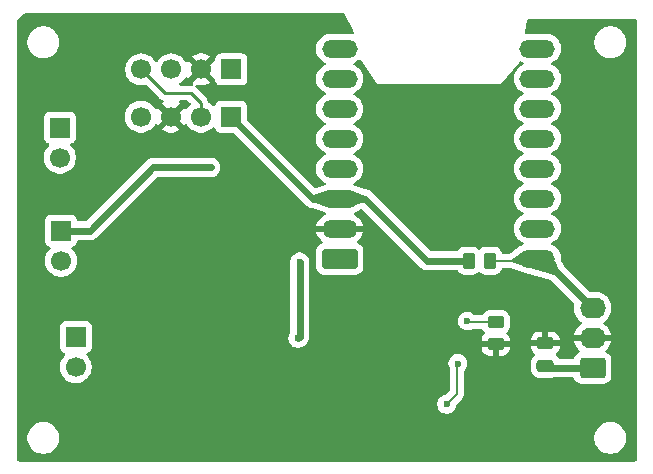
<source format=gbl>
%TF.GenerationSoftware,KiCad,Pcbnew,9.0.5*%
%TF.CreationDate,2025-11-19T14:43:04+01:00*%
%TF.ProjectId,caelum,6361656c-756d-42e6-9b69-6361645f7063,rev?*%
%TF.SameCoordinates,Original*%
%TF.FileFunction,Copper,L2,Bot*%
%TF.FilePolarity,Positive*%
%FSLAX46Y46*%
G04 Gerber Fmt 4.6, Leading zero omitted, Abs format (unit mm)*
G04 Created by KiCad (PCBNEW 9.0.5) date 2025-11-19 14:43:04*
%MOMM*%
%LPD*%
G01*
G04 APERTURE LIST*
G04 Aperture macros list*
%AMRoundRect*
0 Rectangle with rounded corners*
0 $1 Rounding radius*
0 $2 $3 $4 $5 $6 $7 $8 $9 X,Y pos of 4 corners*
0 Add a 4 corners polygon primitive as box body*
4,1,4,$2,$3,$4,$5,$6,$7,$8,$9,$2,$3,0*
0 Add four circle primitives for the rounded corners*
1,1,$1+$1,$2,$3*
1,1,$1+$1,$4,$5*
1,1,$1+$1,$6,$7*
1,1,$1+$1,$8,$9*
0 Add four rect primitives between the rounded corners*
20,1,$1+$1,$2,$3,$4,$5,0*
20,1,$1+$1,$4,$5,$6,$7,0*
20,1,$1+$1,$6,$7,$8,$9,0*
20,1,$1+$1,$8,$9,$2,$3,0*%
G04 Aperture macros list end*
%TA.AperFunction,ComponentPad*%
%ADD10O,3.000000X1.500000*%
%TD*%
%TA.AperFunction,ComponentPad*%
%ADD11RoundRect,0.250000X1.250000X0.600000X-1.250000X0.600000X-1.250000X-0.600000X1.250000X-0.600000X0*%
%TD*%
%TA.AperFunction,ComponentPad*%
%ADD12R,1.700000X1.700000*%
%TD*%
%TA.AperFunction,ComponentPad*%
%ADD13C,1.700000*%
%TD*%
%TA.AperFunction,ComponentPad*%
%ADD14RoundRect,0.250000X0.845000X-0.620000X0.845000X0.620000X-0.845000X0.620000X-0.845000X-0.620000X0*%
%TD*%
%TA.AperFunction,ComponentPad*%
%ADD15O,2.190000X1.740000*%
%TD*%
%TA.AperFunction,SMDPad,CuDef*%
%ADD16RoundRect,0.250000X-0.450000X0.262500X-0.450000X-0.262500X0.450000X-0.262500X0.450000X0.262500X0*%
%TD*%
%TA.AperFunction,SMDPad,CuDef*%
%ADD17RoundRect,0.250000X-0.262500X-0.450000X0.262500X-0.450000X0.262500X0.450000X-0.262500X0.450000X0*%
%TD*%
%TA.AperFunction,SMDPad,CuDef*%
%ADD18RoundRect,0.250000X-0.475000X0.250000X-0.475000X-0.250000X0.475000X-0.250000X0.475000X0.250000X0*%
%TD*%
%TA.AperFunction,ViaPad*%
%ADD19C,0.600000*%
%TD*%
%TA.AperFunction,Conductor*%
%ADD20C,0.200000*%
%TD*%
%TA.AperFunction,Conductor*%
%ADD21C,0.600000*%
%TD*%
%TA.AperFunction,Conductor*%
%ADD22C,0.250000*%
%TD*%
G04 APERTURE END LIST*
D10*
%TO.P,U3,19,IO24*%
%TO.N,GPIO24*%
X101835605Y-47812499D03*
%TO.P,U3,18,IO23*%
%TO.N,unconnected-(U3-IO23-Pad18)*%
X101835605Y-45272499D03*
%TO.P,U3,17,IO0*%
%TO.N,unconnected-(U3-IO0-Pad17)*%
X101835605Y-42732499D03*
%TO.P,U3,16,IO1*%
%TO.N,GPIO1*%
X101835605Y-40192499D03*
%TO.P,U3,15,IO2*%
%TO.N,GPIO2*%
X101835605Y-37652499D03*
%TO.P,U3,14,IO3*%
%TO.N,GPIO3*%
X101835605Y-35112499D03*
%TO.P,U3,13,IO4*%
%TO.N,GPIO4*%
X101835605Y-32572499D03*
%TO.P,U3,12,IO5*%
%TO.N,unconnected-(U3-IO5-Pad12)*%
X101835605Y-30032499D03*
D11*
%TO.P,U3,9,5V*%
%TO.N,unconnected-(U3-5V-Pad9)*%
X85097363Y-47839822D03*
D10*
%TO.P,U3,8,GND*%
%TO.N,OUT-*%
X85097363Y-45299822D03*
%TO.P,U3,7,3V3*%
%TO.N,+3V3*%
X85097363Y-42759822D03*
%TO.P,U3,6,IO14*%
%TO.N,unconnected-(U3-IO14-Pad6)*%
X85097363Y-40219822D03*
%TO.P,U3,5,IO13*%
%TO.N,GPIO13*%
X85097363Y-37679822D03*
%TO.P,U3,4,IO12*%
%TO.N,GPIO12*%
X85097363Y-35139822D03*
%TO.P,U3,3,IO11*%
%TO.N,SCL*%
X85097363Y-32599822D03*
%TO.P,U3,2,IO10*%
%TO.N,SDA*%
X85097363Y-30059822D03*
%TD*%
D12*
%TO.P,J6,1,Pin_1*%
%TO.N,GPIO13*%
X61500000Y-45460000D03*
D13*
%TO.P,J6,2,Pin_2*%
%TO.N,+3V3*%
X61500000Y-48000000D03*
%TD*%
D14*
%TO.P,J8,1,Pin_1*%
%TO.N,+3V3*%
X106500000Y-57080000D03*
D15*
%TO.P,J8,2,Pin_2*%
%TO.N,OUT-*%
X106500000Y-54540000D03*
%TO.P,J8,3,Pin_3*%
%TO.N,GPIO24*%
X106500000Y-52000000D03*
%TD*%
D12*
%TO.P,J3,1,Pin_1*%
%TO.N,GPIO12*%
X61400000Y-36725000D03*
D13*
%TO.P,J3,2,Pin_2*%
%TO.N,+3V3*%
X61400000Y-39265000D03*
%TD*%
D16*
%TO.P,1K\u03A9,1*%
%TO.N,Net-(U1-CS)*%
X98300000Y-53200000D03*
%TO.P,1K\u03A9,2*%
%TO.N,OUT-*%
X98300000Y-55025000D03*
%TD*%
D12*
%TO.P,J7,1,Pin_1*%
%TO.N,+3V3*%
X75880000Y-35800000D03*
D13*
%TO.P,J7,2,Pin_2*%
%TO.N,SDA*%
X73340000Y-35800000D03*
%TO.P,J7,3,Pin_3*%
%TO.N,OUT-*%
X70800000Y-35800000D03*
%TO.P,J7,4,Pin_4*%
%TO.N,SCL*%
X68260000Y-35800000D03*
%TD*%
D12*
%TO.P,J4,1,Pin_1*%
%TO.N,BATT+*%
X62750000Y-54460000D03*
D13*
%TO.P,J4,2,Pin_2*%
%TO.N,BATT-*%
X62750000Y-57000000D03*
%TD*%
D12*
%TO.P,J10,1,Pin_1*%
%TO.N,+3V3*%
X75910000Y-31800000D03*
D13*
%TO.P,J10,2,Pin_2*%
%TO.N,OUT-*%
X73370000Y-31800000D03*
%TO.P,J10,3,Pin_3*%
%TO.N,SCL*%
X70830000Y-31800000D03*
%TO.P,J10,4,Pin_4*%
%TO.N,SDA*%
X68290000Y-31800000D03*
%TD*%
D17*
%TO.P,R3,1*%
%TO.N,+3V3*%
X96000000Y-48000000D03*
%TO.P,R3,2*%
%TO.N,GPIO24*%
X97825000Y-48000000D03*
%TD*%
D18*
%TO.P,0\u002C1\u00B5F,1*%
%TO.N,OUT-*%
X102500000Y-55000000D03*
%TO.P,0\u002C1\u00B5F,2*%
%TO.N,+3V3*%
X102500000Y-56900000D03*
%TD*%
D19*
%TO.N,OUT-*%
X100100000Y-51800000D03*
X87900000Y-63500000D03*
X103200000Y-62400000D03*
%TO.N,Net-(U1-CS)*%
X95900000Y-53100000D03*
%TO.N,OUT-*%
X64000000Y-33000000D03*
X82250000Y-28500000D03*
X109500000Y-46750000D03*
X107500000Y-45000000D03*
X103750000Y-36500000D03*
X104168402Y-34000000D03*
X105750000Y-48000000D03*
X109000000Y-41000000D03*
X108000000Y-34250000D03*
X82250000Y-31000000D03*
X67100000Y-56700000D03*
X92100000Y-56200000D03*
X87800000Y-56200000D03*
X98000000Y-56700000D03*
X64000000Y-29250000D03*
X76600000Y-41500000D03*
X81500000Y-37300000D03*
X80000000Y-33500000D03*
X84000000Y-54000000D03*
X66000000Y-39700000D03*
X92500000Y-34900000D03*
X92500000Y-45500000D03*
X92500000Y-40100000D03*
X83600000Y-57200000D03*
X68500000Y-48000000D03*
%TO.N,+3V3*%
X81700000Y-48100000D03*
X81550000Y-54575000D03*
%TO.N,GPIO13*%
X74200000Y-40100000D03*
%TO.N,Net-(Q1-G1)*%
X94150000Y-60150000D03*
X95100000Y-56700000D03*
%TD*%
D20*
%TO.N,Net-(U1-CS)*%
X96000000Y-53200000D02*
X98300000Y-53200000D01*
X95900000Y-53100000D02*
X96000000Y-53200000D01*
D21*
%TO.N,+3V3*%
X102680000Y-57080000D02*
X102500000Y-56900000D01*
X106500000Y-57080000D02*
X102680000Y-57080000D01*
%TO.N,GPIO13*%
X63940000Y-45460000D02*
X69300000Y-40100000D01*
X69300000Y-40100000D02*
X74200000Y-40100000D01*
X61500000Y-45460000D02*
X63940000Y-45460000D01*
D20*
%TO.N,Net-(Q1-G1)*%
X95000000Y-56800000D02*
X95100000Y-56700000D01*
X95000000Y-59300000D02*
X95000000Y-56800000D01*
X94150000Y-60150000D02*
X95000000Y-59300000D01*
D21*
%TO.N,+3V3*%
X96000000Y-48000000D02*
X92500000Y-48000000D01*
X81700000Y-54425000D02*
X81550000Y-54575000D01*
X82839822Y-42759822D02*
X75880000Y-35800000D01*
X85797363Y-42759822D02*
X82839822Y-42759822D01*
X87259822Y-42759822D02*
X85797363Y-42759822D01*
X92500000Y-48000000D02*
X87259822Y-42759822D01*
X81700000Y-48100000D02*
X81700000Y-54425000D01*
D22*
%TO.N,SDA*%
X70290000Y-33800000D02*
X72500000Y-33800000D01*
X68290000Y-31800000D02*
X70290000Y-33800000D01*
X72500000Y-33800000D02*
X73340000Y-34640000D01*
X73340000Y-34640000D02*
X73340000Y-35800000D01*
D20*
%TO.N,GPIO24*%
X101135605Y-47812499D02*
X102312499Y-47812499D01*
D21*
X102312499Y-47812499D02*
X106500000Y-52000000D01*
D20*
X100948104Y-48000000D02*
X97825000Y-48000000D01*
X101135605Y-47812499D02*
X100948104Y-48000000D01*
%TD*%
%TA.AperFunction,Conductor*%
%TO.N,OUT-*%
G36*
X85004418Y-27000816D02*
G01*
X85204561Y-27015130D01*
X85222063Y-27017647D01*
X85413795Y-27059355D01*
X85430756Y-27064335D01*
X85509674Y-27093770D01*
X85565606Y-27135641D01*
X85577248Y-27154497D01*
X86243173Y-28486347D01*
X86253311Y-28514902D01*
X86292956Y-28693305D01*
X86288283Y-28763018D01*
X86246662Y-28819138D01*
X86181308Y-28843847D01*
X86142977Y-28840781D01*
X86140199Y-28840114D01*
X85945785Y-28809322D01*
X85945780Y-28809322D01*
X84248946Y-28809322D01*
X84248941Y-28809322D01*
X84054536Y-28840112D01*
X83867333Y-28900939D01*
X83691957Y-28990298D01*
X83601104Y-29056307D01*
X83532717Y-29105994D01*
X83532715Y-29105996D01*
X83532714Y-29105996D01*
X83393537Y-29245173D01*
X83393537Y-29245174D01*
X83393535Y-29245176D01*
X83343848Y-29313563D01*
X83277839Y-29404416D01*
X83188480Y-29579792D01*
X83127653Y-29766995D01*
X83096863Y-29961399D01*
X83096863Y-30158244D01*
X83127653Y-30352648D01*
X83188480Y-30539851D01*
X83262299Y-30684728D01*
X83277839Y-30715227D01*
X83393535Y-30874468D01*
X83532717Y-31013650D01*
X83691958Y-31129346D01*
X83769955Y-31169087D01*
X83868576Y-31219337D01*
X83919372Y-31267311D01*
X83936167Y-31335132D01*
X83913630Y-31401267D01*
X83868576Y-31440307D01*
X83691957Y-31530298D01*
X83601104Y-31596307D01*
X83532717Y-31645994D01*
X83532715Y-31645996D01*
X83532714Y-31645996D01*
X83393537Y-31785173D01*
X83393537Y-31785174D01*
X83393535Y-31785176D01*
X83343848Y-31853563D01*
X83277839Y-31944416D01*
X83188480Y-32119792D01*
X83127653Y-32306995D01*
X83096863Y-32501399D01*
X83096863Y-32698244D01*
X83127653Y-32892648D01*
X83188480Y-33079851D01*
X83237011Y-33175097D01*
X83277839Y-33255227D01*
X83393535Y-33414468D01*
X83532717Y-33553650D01*
X83691958Y-33669346D01*
X83813713Y-33731383D01*
X83868576Y-33759337D01*
X83919372Y-33807311D01*
X83936167Y-33875132D01*
X83913630Y-33941267D01*
X83868576Y-33980307D01*
X83691957Y-34070298D01*
X83601104Y-34136307D01*
X83532717Y-34185994D01*
X83532715Y-34185996D01*
X83532714Y-34185996D01*
X83393537Y-34325173D01*
X83393537Y-34325174D01*
X83393535Y-34325176D01*
X83372366Y-34354313D01*
X83277839Y-34484416D01*
X83188480Y-34659792D01*
X83127653Y-34846995D01*
X83096863Y-35041399D01*
X83096863Y-35238244D01*
X83127653Y-35432648D01*
X83188480Y-35619851D01*
X83263720Y-35767517D01*
X83277839Y-35795227D01*
X83393535Y-35954468D01*
X83532717Y-36093650D01*
X83691958Y-36209346D01*
X83803001Y-36265925D01*
X83868576Y-36299337D01*
X83919372Y-36347311D01*
X83936167Y-36415132D01*
X83913630Y-36481267D01*
X83868576Y-36520307D01*
X83691957Y-36610298D01*
X83601104Y-36676307D01*
X83532717Y-36725994D01*
X83532715Y-36725996D01*
X83532714Y-36725996D01*
X83393537Y-36865173D01*
X83393537Y-36865174D01*
X83393535Y-36865176D01*
X83343848Y-36933563D01*
X83277839Y-37024416D01*
X83188480Y-37199792D01*
X83127653Y-37386995D01*
X83096863Y-37581399D01*
X83096863Y-37778244D01*
X83127653Y-37972648D01*
X83188480Y-38159851D01*
X83263917Y-38307904D01*
X83277839Y-38335227D01*
X83393535Y-38494468D01*
X83532717Y-38633650D01*
X83691958Y-38749346D01*
X83813713Y-38811383D01*
X83868576Y-38839337D01*
X83919372Y-38887311D01*
X83936167Y-38955132D01*
X83913630Y-39021267D01*
X83868576Y-39060307D01*
X83691957Y-39150298D01*
X83601104Y-39216307D01*
X83532717Y-39265994D01*
X83532715Y-39265996D01*
X83532714Y-39265996D01*
X83393537Y-39405173D01*
X83393537Y-39405174D01*
X83393535Y-39405176D01*
X83343848Y-39473563D01*
X83277839Y-39564416D01*
X83188480Y-39739792D01*
X83127653Y-39926995D01*
X83096863Y-40121399D01*
X83096863Y-40318244D01*
X83127653Y-40512648D01*
X83188480Y-40699851D01*
X83244297Y-40809397D01*
X83277839Y-40875227D01*
X83393535Y-41034468D01*
X83532717Y-41173650D01*
X83691958Y-41289346D01*
X83796947Y-41342840D01*
X83867251Y-41378662D01*
X83918047Y-41426636D01*
X83934842Y-41494457D01*
X83912305Y-41560592D01*
X83857590Y-41604044D01*
X83849309Y-41607067D01*
X83144254Y-41836381D01*
X83074413Y-41838396D01*
X83018220Y-41806142D01*
X77266818Y-36054740D01*
X77233333Y-35993417D01*
X77230499Y-35967059D01*
X77230499Y-34902129D01*
X77230498Y-34902123D01*
X77224091Y-34842516D01*
X77173797Y-34707671D01*
X77173793Y-34707664D01*
X77087547Y-34592455D01*
X77087544Y-34592452D01*
X76972335Y-34506206D01*
X76972328Y-34506202D01*
X76837482Y-34455908D01*
X76837483Y-34455908D01*
X76777883Y-34449501D01*
X76777881Y-34449500D01*
X76777873Y-34449500D01*
X76777864Y-34449500D01*
X74982129Y-34449500D01*
X74982123Y-34449501D01*
X74922516Y-34455908D01*
X74787671Y-34506202D01*
X74787664Y-34506206D01*
X74672455Y-34592452D01*
X74672452Y-34592455D01*
X74586206Y-34707664D01*
X74586203Y-34707669D01*
X74537189Y-34839083D01*
X74495317Y-34895016D01*
X74429853Y-34919433D01*
X74361580Y-34904581D01*
X74333326Y-34883430D01*
X74219786Y-34769890D01*
X74047817Y-34644949D01*
X74024535Y-34633086D01*
X73973739Y-34585111D01*
X73959215Y-34546798D01*
X73941463Y-34457548D01*
X73898701Y-34354312D01*
X73894312Y-34343716D01*
X73894307Y-34343707D01*
X73825859Y-34241268D01*
X73783320Y-34198729D01*
X73738733Y-34154142D01*
X73738732Y-34154141D01*
X72985859Y-33401269D01*
X72985858Y-33401267D01*
X72898733Y-33314142D01*
X72898732Y-33314141D01*
X72896896Y-33312305D01*
X72863412Y-33250981D01*
X72868396Y-33181290D01*
X72910268Y-33125356D01*
X72975733Y-33100940D01*
X73022897Y-33106693D01*
X73053873Y-33116758D01*
X73263754Y-33150000D01*
X73476246Y-33150000D01*
X73686127Y-33116757D01*
X73686130Y-33116757D01*
X73888217Y-33051095D01*
X74077554Y-32954622D01*
X74131716Y-32915270D01*
X74131717Y-32915270D01*
X73499408Y-32282962D01*
X73562993Y-32265925D01*
X73677007Y-32200099D01*
X73770099Y-32107007D01*
X73835925Y-31992993D01*
X73852962Y-31929408D01*
X74523181Y-32599628D01*
X74556666Y-32660951D01*
X74559500Y-32687300D01*
X74559500Y-32697865D01*
X74559501Y-32697876D01*
X74565908Y-32757483D01*
X74616202Y-32892328D01*
X74616206Y-32892335D01*
X74702452Y-33007544D01*
X74702455Y-33007547D01*
X74817664Y-33093793D01*
X74817671Y-33093797D01*
X74952517Y-33144091D01*
X74952516Y-33144091D01*
X74959444Y-33144835D01*
X75012127Y-33150500D01*
X76807872Y-33150499D01*
X76867483Y-33144091D01*
X77002331Y-33093796D01*
X77117546Y-33007546D01*
X77203796Y-32892331D01*
X77254091Y-32757483D01*
X77260500Y-32697873D01*
X77260499Y-30902128D01*
X77254589Y-30847146D01*
X77254091Y-30842516D01*
X77203797Y-30707671D01*
X77203793Y-30707664D01*
X77117547Y-30592455D01*
X77117544Y-30592452D01*
X77002335Y-30506206D01*
X77002328Y-30506202D01*
X76867482Y-30455908D01*
X76867483Y-30455908D01*
X76807883Y-30449501D01*
X76807881Y-30449500D01*
X76807873Y-30449500D01*
X76807864Y-30449500D01*
X75012129Y-30449500D01*
X75012123Y-30449501D01*
X74952516Y-30455908D01*
X74817671Y-30506202D01*
X74817664Y-30506206D01*
X74702455Y-30592452D01*
X74702452Y-30592455D01*
X74616206Y-30707664D01*
X74616202Y-30707671D01*
X74565908Y-30842517D01*
X74559501Y-30902116D01*
X74559501Y-30902123D01*
X74559500Y-30902135D01*
X74559500Y-30912690D01*
X74539815Y-30979729D01*
X74523181Y-31000371D01*
X73852962Y-31670590D01*
X73835925Y-31607007D01*
X73770099Y-31492993D01*
X73677007Y-31399901D01*
X73562993Y-31334075D01*
X73499409Y-31317037D01*
X74131716Y-30684728D01*
X74077550Y-30645375D01*
X73888217Y-30548904D01*
X73686129Y-30483242D01*
X73476246Y-30450000D01*
X73263754Y-30450000D01*
X73053872Y-30483242D01*
X73053869Y-30483242D01*
X72851782Y-30548904D01*
X72662439Y-30645380D01*
X72608282Y-30684727D01*
X72608282Y-30684728D01*
X73240591Y-31317037D01*
X73177007Y-31334075D01*
X73062993Y-31399901D01*
X72969901Y-31492993D01*
X72904075Y-31607007D01*
X72887037Y-31670591D01*
X72254728Y-31038282D01*
X72254727Y-31038282D01*
X72215380Y-31092440D01*
X72215376Y-31092446D01*
X72210760Y-31101505D01*
X72162781Y-31152297D01*
X72094959Y-31169087D01*
X72028826Y-31146543D01*
X71989794Y-31101493D01*
X71985051Y-31092184D01*
X71985049Y-31092181D01*
X71985048Y-31092179D01*
X71860109Y-30920213D01*
X71709786Y-30769890D01*
X71537820Y-30644951D01*
X71348414Y-30548444D01*
X71348413Y-30548443D01*
X71348412Y-30548443D01*
X71146243Y-30482754D01*
X71146241Y-30482753D01*
X71146240Y-30482753D01*
X70984957Y-30457208D01*
X70936287Y-30449500D01*
X70723713Y-30449500D01*
X70675042Y-30457208D01*
X70513760Y-30482753D01*
X70311585Y-30548444D01*
X70122179Y-30644951D01*
X69950213Y-30769890D01*
X69799890Y-30920213D01*
X69674949Y-31092182D01*
X69670484Y-31100946D01*
X69622509Y-31151742D01*
X69554688Y-31168536D01*
X69488553Y-31145998D01*
X69449516Y-31100946D01*
X69445050Y-31092182D01*
X69320109Y-30920213D01*
X69169786Y-30769890D01*
X68997820Y-30644951D01*
X68808414Y-30548444D01*
X68808413Y-30548443D01*
X68808412Y-30548443D01*
X68606243Y-30482754D01*
X68606241Y-30482753D01*
X68606240Y-30482753D01*
X68444957Y-30457208D01*
X68396287Y-30449500D01*
X68183713Y-30449500D01*
X68135042Y-30457208D01*
X67973760Y-30482753D01*
X67771585Y-30548444D01*
X67582179Y-30644951D01*
X67410213Y-30769890D01*
X67259890Y-30920213D01*
X67134951Y-31092179D01*
X67038444Y-31281585D01*
X66972753Y-31483760D01*
X66939500Y-31693713D01*
X66939500Y-31906286D01*
X66968988Y-32092469D01*
X66972754Y-32116243D01*
X67034733Y-32306995D01*
X67038444Y-32318414D01*
X67134951Y-32507820D01*
X67259890Y-32679786D01*
X67410213Y-32830109D01*
X67582179Y-32955048D01*
X67582181Y-32955049D01*
X67582184Y-32955051D01*
X67771588Y-33051557D01*
X67973757Y-33117246D01*
X68183713Y-33150500D01*
X68183714Y-33150500D01*
X68396286Y-33150500D01*
X68396287Y-33150500D01*
X68606243Y-33117246D01*
X68621840Y-33112177D01*
X68691679Y-33110183D01*
X68747838Y-33142428D01*
X69804139Y-34198729D01*
X69804142Y-34198733D01*
X69891267Y-34285858D01*
X69942490Y-34320084D01*
X69993714Y-34354312D01*
X69993715Y-34354312D01*
X69993716Y-34354313D01*
X70073729Y-34387454D01*
X70073730Y-34387455D01*
X70073847Y-34387503D01*
X70074207Y-34387652D01*
X70107548Y-34401463D01*
X70108333Y-34401619D01*
X70114504Y-34404145D01*
X70137412Y-34422448D01*
X70161946Y-34438518D01*
X70164395Y-34444007D01*
X70169090Y-34447758D01*
X70178465Y-34475538D01*
X70190417Y-34502324D01*
X70189509Y-34508266D01*
X70191431Y-34513960D01*
X70184298Y-34542401D01*
X70179872Y-34571393D01*
X70175897Y-34575900D01*
X70174435Y-34581731D01*
X70153056Y-34601802D01*
X70133660Y-34623798D01*
X70123828Y-34629386D01*
X70092444Y-34645377D01*
X70092440Y-34645380D01*
X70038282Y-34684727D01*
X70038282Y-34684728D01*
X70670591Y-35317037D01*
X70607007Y-35334075D01*
X70492993Y-35399901D01*
X70399901Y-35492993D01*
X70334075Y-35607007D01*
X70317037Y-35670591D01*
X69684728Y-35038282D01*
X69684727Y-35038282D01*
X69645380Y-35092440D01*
X69645376Y-35092446D01*
X69640760Y-35101505D01*
X69592781Y-35152297D01*
X69524959Y-35169087D01*
X69458826Y-35146543D01*
X69419794Y-35101493D01*
X69415051Y-35092184D01*
X69415049Y-35092181D01*
X69415048Y-35092179D01*
X69290109Y-34920213D01*
X69139786Y-34769890D01*
X68967820Y-34644951D01*
X68778414Y-34548444D01*
X68778413Y-34548443D01*
X68778412Y-34548443D01*
X68576243Y-34482754D01*
X68576241Y-34482753D01*
X68576240Y-34482753D01*
X68414227Y-34457093D01*
X68366287Y-34449500D01*
X68153713Y-34449500D01*
X68105773Y-34457093D01*
X67943760Y-34482753D01*
X67741585Y-34548444D01*
X67552179Y-34644951D01*
X67380213Y-34769890D01*
X67229890Y-34920213D01*
X67104951Y-35092179D01*
X67008444Y-35281585D01*
X66942753Y-35483760D01*
X66919169Y-35632664D01*
X66909500Y-35693713D01*
X66909500Y-35906287D01*
X66919125Y-35967059D01*
X66939175Y-36093650D01*
X66942754Y-36116243D01*
X67006052Y-36311054D01*
X67008444Y-36318414D01*
X67104951Y-36507820D01*
X67229890Y-36679786D01*
X67380213Y-36830109D01*
X67552179Y-36955048D01*
X67552181Y-36955049D01*
X67552184Y-36955051D01*
X67741588Y-37051557D01*
X67943757Y-37117246D01*
X68153713Y-37150500D01*
X68153714Y-37150500D01*
X68366286Y-37150500D01*
X68366287Y-37150500D01*
X68576243Y-37117246D01*
X68778412Y-37051557D01*
X68967816Y-36955051D01*
X69054138Y-36892335D01*
X69139786Y-36830109D01*
X69139788Y-36830106D01*
X69139792Y-36830104D01*
X69290104Y-36679792D01*
X69290106Y-36679788D01*
X69290109Y-36679786D01*
X69375890Y-36561717D01*
X69415051Y-36507816D01*
X69419793Y-36498508D01*
X69467763Y-36447711D01*
X69535583Y-36430911D01*
X69601719Y-36453445D01*
X69640763Y-36498500D01*
X69645373Y-36507547D01*
X69684728Y-36561716D01*
X70317037Y-35929408D01*
X70334075Y-35992993D01*
X70399901Y-36107007D01*
X70492993Y-36200099D01*
X70607007Y-36265925D01*
X70670590Y-36282962D01*
X70038282Y-36915269D01*
X70038282Y-36915270D01*
X70092449Y-36954624D01*
X70281782Y-37051095D01*
X70483870Y-37116757D01*
X70693754Y-37150000D01*
X70906246Y-37150000D01*
X71116127Y-37116757D01*
X71116130Y-37116757D01*
X71318217Y-37051095D01*
X71507554Y-36954622D01*
X71561716Y-36915270D01*
X71561717Y-36915270D01*
X70929408Y-36282962D01*
X70992993Y-36265925D01*
X71107007Y-36200099D01*
X71200099Y-36107007D01*
X71265925Y-35992993D01*
X71282962Y-35929408D01*
X71915270Y-36561717D01*
X71915270Y-36561716D01*
X71954622Y-36507555D01*
X71959232Y-36498507D01*
X72007205Y-36447709D01*
X72075025Y-36430912D01*
X72141161Y-36453447D01*
X72180204Y-36498504D01*
X72184949Y-36507817D01*
X72309890Y-36679786D01*
X72460213Y-36830109D01*
X72632179Y-36955048D01*
X72632181Y-36955049D01*
X72632184Y-36955051D01*
X72821588Y-37051557D01*
X73023757Y-37117246D01*
X73233713Y-37150500D01*
X73233714Y-37150500D01*
X73446286Y-37150500D01*
X73446287Y-37150500D01*
X73656243Y-37117246D01*
X73858412Y-37051557D01*
X74047816Y-36955051D01*
X74171523Y-36865173D01*
X74219784Y-36830110D01*
X74219784Y-36830109D01*
X74219792Y-36830104D01*
X74333329Y-36716566D01*
X74394648Y-36683084D01*
X74464340Y-36688068D01*
X74520274Y-36729939D01*
X74537189Y-36760917D01*
X74586202Y-36892328D01*
X74586206Y-36892335D01*
X74672452Y-37007544D01*
X74672455Y-37007547D01*
X74787664Y-37093793D01*
X74787671Y-37093797D01*
X74922517Y-37144091D01*
X74922516Y-37144091D01*
X74929444Y-37144835D01*
X74982127Y-37150500D01*
X76047059Y-37150499D01*
X76114098Y-37170183D01*
X76134740Y-37186818D01*
X82329529Y-43381608D01*
X82329533Y-43381611D01*
X82460636Y-43469212D01*
X82460640Y-43469214D01*
X82460643Y-43469216D01*
X82606325Y-43529560D01*
X82674716Y-43543163D01*
X82766955Y-43561511D01*
X82766815Y-43562210D01*
X82781353Y-43565230D01*
X83849984Y-43912794D01*
X83907647Y-43952249D01*
X83934827Y-44016615D01*
X83922892Y-44085458D01*
X83875633Y-44136920D01*
X83867926Y-44141199D01*
X83692219Y-44230726D01*
X83533041Y-44346377D01*
X83393918Y-44485500D01*
X83278267Y-44644678D01*
X83188944Y-44819984D01*
X83128144Y-45007105D01*
X83121379Y-45049822D01*
X85364351Y-45049822D01*
X85331438Y-45106829D01*
X85297363Y-45233996D01*
X85297363Y-45365648D01*
X85331438Y-45492815D01*
X85364351Y-45549822D01*
X83121379Y-45549822D01*
X83128144Y-45592538D01*
X83188944Y-45779659D01*
X83278267Y-45954965D01*
X83393918Y-46114143D01*
X83533041Y-46253266D01*
X83621218Y-46317331D01*
X83663883Y-46372662D01*
X83669862Y-46442275D01*
X83637256Y-46504070D01*
X83587338Y-46535354D01*
X83528034Y-46555006D01*
X83528026Y-46555009D01*
X83378705Y-46647111D01*
X83254652Y-46771164D01*
X83162550Y-46920485D01*
X83162548Y-46920490D01*
X83150354Y-46957289D01*
X83107364Y-47087025D01*
X83107364Y-47087026D01*
X83107363Y-47087026D01*
X83096863Y-47189805D01*
X83096863Y-48489823D01*
X83096864Y-48489840D01*
X83107363Y-48592618D01*
X83107364Y-48592621D01*
X83145538Y-48707820D01*
X83162549Y-48759156D01*
X83254651Y-48908478D01*
X83378707Y-49032534D01*
X83528029Y-49124636D01*
X83694566Y-49179821D01*
X83797354Y-49190322D01*
X86397371Y-49190321D01*
X86500160Y-49179821D01*
X86666697Y-49124636D01*
X86816019Y-49032534D01*
X86940075Y-48908478D01*
X87032177Y-48759156D01*
X87087362Y-48592619D01*
X87097863Y-48489831D01*
X87097862Y-47189814D01*
X87095141Y-47163181D01*
X87087362Y-47087025D01*
X87087361Y-47087022D01*
X87057813Y-46997853D01*
X87032177Y-46920488D01*
X86940075Y-46771166D01*
X86816019Y-46647110D01*
X86690163Y-46569482D01*
X86666699Y-46555009D01*
X86666698Y-46555008D01*
X86666697Y-46555008D01*
X86607387Y-46535354D01*
X86549943Y-46495581D01*
X86523121Y-46431065D01*
X86535437Y-46362290D01*
X86573508Y-46317331D01*
X86661679Y-46253270D01*
X86661685Y-46253265D01*
X86800807Y-46114143D01*
X86916458Y-45954965D01*
X87005781Y-45779659D01*
X87066581Y-45592538D01*
X87073347Y-45549822D01*
X86230375Y-45549822D01*
X86263288Y-45492815D01*
X86297363Y-45365648D01*
X86297363Y-45233996D01*
X86263288Y-45106829D01*
X86230375Y-45049822D01*
X87073347Y-45049822D01*
X87066581Y-45007105D01*
X87005781Y-44819984D01*
X86916458Y-44644678D01*
X86800807Y-44485500D01*
X86661684Y-44346377D01*
X86502506Y-44230726D01*
X86325598Y-44140587D01*
X86316443Y-44131940D01*
X86304778Y-44127206D01*
X86291525Y-44108406D01*
X86274802Y-44092612D01*
X86271775Y-44080390D01*
X86264521Y-44070100D01*
X86263535Y-44047117D01*
X86258007Y-44024791D01*
X86262068Y-44012873D01*
X86261529Y-44000294D01*
X86273124Y-43980429D01*
X86280544Y-43958657D01*
X86291246Y-43949382D01*
X86296752Y-43939952D01*
X86325599Y-43919617D01*
X86327385Y-43918706D01*
X86327388Y-43918706D01*
X86478260Y-43841833D01*
X86485495Y-43838436D01*
X86912108Y-43654707D01*
X86981466Y-43646270D01*
X87044376Y-43676669D01*
X87048836Y-43680914D01*
X91989707Y-48621786D01*
X91989711Y-48621789D01*
X92120814Y-48709390D01*
X92120827Y-48709397D01*
X92265523Y-48769331D01*
X92266503Y-48769737D01*
X92421153Y-48800499D01*
X92421156Y-48800500D01*
X92421158Y-48800500D01*
X92578843Y-48800500D01*
X95002702Y-48800500D01*
X95069741Y-48820185D01*
X95108239Y-48859401D01*
X95144788Y-48918656D01*
X95268844Y-49042712D01*
X95418166Y-49134814D01*
X95584703Y-49189999D01*
X95687491Y-49200500D01*
X96312508Y-49200499D01*
X96312516Y-49200498D01*
X96312519Y-49200498D01*
X96368802Y-49194748D01*
X96415297Y-49189999D01*
X96581834Y-49134814D01*
X96731156Y-49042712D01*
X96824819Y-48949049D01*
X96886142Y-48915564D01*
X96955834Y-48920548D01*
X97000181Y-48949049D01*
X97093844Y-49042712D01*
X97243166Y-49134814D01*
X97409703Y-49189999D01*
X97512491Y-49200500D01*
X98137508Y-49200499D01*
X98137516Y-49200498D01*
X98137519Y-49200498D01*
X98193802Y-49194748D01*
X98240297Y-49189999D01*
X98406834Y-49134814D01*
X98556156Y-49042712D01*
X98680212Y-48918656D01*
X98772314Y-48769334D01*
X98800095Y-48685495D01*
X98839868Y-48628051D01*
X98904384Y-48601228D01*
X98917801Y-48600500D01*
X99498555Y-48600500D01*
X99538354Y-48607061D01*
X99581813Y-48621789D01*
X100590066Y-48963478D01*
X100605580Y-48971383D01*
X100792779Y-49032208D01*
X100801085Y-49033523D01*
X100810731Y-49036728D01*
X100811265Y-49037098D01*
X100813347Y-49037630D01*
X100814848Y-49038166D01*
X100814857Y-49038170D01*
X102988570Y-49643296D01*
X103042995Y-49675073D01*
X104911184Y-51543262D01*
X104944669Y-51604585D01*
X104941434Y-51669260D01*
X104938246Y-51679070D01*
X104904500Y-51892133D01*
X104904500Y-52107866D01*
X104927438Y-52252687D01*
X104938246Y-52320926D01*
X105004908Y-52526089D01*
X105102843Y-52718299D01*
X105229641Y-52892821D01*
X105382179Y-53045359D01*
X105548510Y-53166206D01*
X105553720Y-53169991D01*
X105596385Y-53225321D01*
X105602364Y-53294935D01*
X105569758Y-53356730D01*
X105553720Y-53370627D01*
X105382503Y-53495024D01*
X105230025Y-53647502D01*
X105230025Y-53647503D01*
X105103271Y-53821963D01*
X105005372Y-54014098D01*
X104938733Y-54219190D01*
X104927519Y-54290000D01*
X105957291Y-54290000D01*
X105945548Y-54310339D01*
X105905000Y-54461667D01*
X105905000Y-54618333D01*
X105945548Y-54769661D01*
X105957291Y-54790000D01*
X104927519Y-54790000D01*
X104938733Y-54860809D01*
X105005372Y-55065901D01*
X105103271Y-55258036D01*
X105230025Y-55432496D01*
X105230025Y-55432497D01*
X105372107Y-55574579D01*
X105405592Y-55635902D01*
X105400608Y-55705594D01*
X105358736Y-55761527D01*
X105336840Y-55774638D01*
X105335672Y-55775182D01*
X105186342Y-55867289D01*
X105062289Y-55991342D01*
X104970187Y-56140663D01*
X104970186Y-56140666D01*
X104953936Y-56189707D01*
X104952346Y-56194504D01*
X104912573Y-56251949D01*
X104848057Y-56278772D01*
X104834640Y-56279500D01*
X103697462Y-56279500D01*
X103630423Y-56259815D01*
X103591923Y-56220597D01*
X103567712Y-56181344D01*
X103443656Y-56057288D01*
X103440342Y-56055243D01*
X103438546Y-56053248D01*
X103437989Y-56052807D01*
X103438064Y-56052711D01*
X103393618Y-56003297D01*
X103382397Y-55934334D01*
X103410240Y-55870252D01*
X103440348Y-55844165D01*
X103443342Y-55842318D01*
X103567315Y-55718345D01*
X103659356Y-55569124D01*
X103659358Y-55569119D01*
X103714505Y-55402697D01*
X103714506Y-55402690D01*
X103724999Y-55299986D01*
X103725000Y-55299973D01*
X103725000Y-55250000D01*
X101275001Y-55250000D01*
X101275001Y-55299986D01*
X101285494Y-55402697D01*
X101340641Y-55569119D01*
X101340643Y-55569124D01*
X101432684Y-55718345D01*
X101556655Y-55842316D01*
X101556659Y-55842319D01*
X101559656Y-55844168D01*
X101561279Y-55845972D01*
X101562323Y-55846798D01*
X101562181Y-55846976D01*
X101606381Y-55896116D01*
X101617602Y-55965079D01*
X101589759Y-56029161D01*
X101559661Y-56055241D01*
X101556349Y-56057283D01*
X101556343Y-56057288D01*
X101432289Y-56181342D01*
X101340187Y-56330663D01*
X101340186Y-56330666D01*
X101285001Y-56497203D01*
X101285001Y-56497204D01*
X101285000Y-56497204D01*
X101274500Y-56599983D01*
X101274500Y-57200001D01*
X101274501Y-57200019D01*
X101285000Y-57302796D01*
X101285001Y-57302799D01*
X101340185Y-57469331D01*
X101340186Y-57469334D01*
X101432288Y-57618656D01*
X101556344Y-57742712D01*
X101705666Y-57834814D01*
X101872203Y-57889999D01*
X101974991Y-57900500D01*
X103025008Y-57900499D01*
X103025016Y-57900498D01*
X103025019Y-57900498D01*
X103081302Y-57894748D01*
X103127797Y-57889999D01*
X103132729Y-57888364D01*
X103137470Y-57886794D01*
X103176474Y-57880500D01*
X104834640Y-57880500D01*
X104901679Y-57900185D01*
X104947434Y-57952989D01*
X104952345Y-57965493D01*
X104970186Y-58019334D01*
X105062288Y-58168656D01*
X105186344Y-58292712D01*
X105335666Y-58384814D01*
X105502203Y-58439999D01*
X105604991Y-58450500D01*
X107395008Y-58450499D01*
X107497797Y-58439999D01*
X107664334Y-58384814D01*
X107813656Y-58292712D01*
X107937712Y-58168656D01*
X108029814Y-58019334D01*
X108084999Y-57852797D01*
X108095500Y-57750009D01*
X108095499Y-56409992D01*
X108084999Y-56307203D01*
X108029814Y-56140666D01*
X107937712Y-55991344D01*
X107813656Y-55867288D01*
X107664334Y-55775186D01*
X107664332Y-55775185D01*
X107664325Y-55775181D01*
X107663165Y-55774640D01*
X107662503Y-55774057D01*
X107658187Y-55771395D01*
X107658642Y-55770657D01*
X107610727Y-55728466D01*
X107591577Y-55661272D01*
X107611795Y-55594392D01*
X107627892Y-55574578D01*
X107769977Y-55432493D01*
X107896728Y-55258036D01*
X107994627Y-55065901D01*
X108061266Y-54860809D01*
X108072481Y-54790000D01*
X107042709Y-54790000D01*
X107054452Y-54769661D01*
X107095000Y-54618333D01*
X107095000Y-54461667D01*
X107054452Y-54310339D01*
X107042709Y-54290000D01*
X108072481Y-54290000D01*
X108061266Y-54219190D01*
X107994627Y-54014098D01*
X107896728Y-53821963D01*
X107769974Y-53647503D01*
X107769974Y-53647502D01*
X107617497Y-53495025D01*
X107446279Y-53370627D01*
X107403614Y-53315297D01*
X107397635Y-53245683D01*
X107430241Y-53183888D01*
X107446280Y-53169991D01*
X107451490Y-53166206D01*
X107617821Y-53045359D01*
X107770359Y-52892821D01*
X107897157Y-52718299D01*
X107995092Y-52526089D01*
X108061754Y-52320926D01*
X108076752Y-52226230D01*
X108095500Y-52107866D01*
X108095500Y-51892133D01*
X108061754Y-51679077D01*
X108061754Y-51679074D01*
X107995092Y-51473911D01*
X107897157Y-51281701D01*
X107770359Y-51107179D01*
X107617821Y-50954641D01*
X107443299Y-50827843D01*
X107251089Y-50729908D01*
X107045926Y-50663246D01*
X107045924Y-50663245D01*
X107045922Y-50663245D01*
X106832866Y-50629500D01*
X106832861Y-50629500D01*
X106312940Y-50629500D01*
X106245901Y-50609815D01*
X106225259Y-50593181D01*
X104124779Y-48492701D01*
X104104675Y-48466325D01*
X104019310Y-48316239D01*
X103847281Y-48013782D01*
X103831248Y-47945778D01*
X103832592Y-47933088D01*
X103836105Y-47910916D01*
X103836105Y-47714082D01*
X103836105Y-47714076D01*
X103805314Y-47519672D01*
X103744487Y-47332469D01*
X103676736Y-47199500D01*
X103655129Y-47157094D01*
X103539433Y-46997853D01*
X103400251Y-46858671D01*
X103286951Y-46776353D01*
X103241008Y-46742973D01*
X103064392Y-46652984D01*
X103013595Y-46605010D01*
X102996800Y-46537189D01*
X103019337Y-46471054D01*
X103064392Y-46432014D01*
X103241008Y-46342024D01*
X103241007Y-46342024D01*
X103241010Y-46342023D01*
X103400251Y-46226327D01*
X103539433Y-46087145D01*
X103655129Y-45927904D01*
X103744489Y-45752524D01*
X103805314Y-45565325D01*
X103807769Y-45549822D01*
X103836105Y-45370921D01*
X103836105Y-45174076D01*
X103805314Y-44979672D01*
X103757948Y-44833897D01*
X103744489Y-44792474D01*
X103744487Y-44792471D01*
X103744487Y-44792469D01*
X103675292Y-44656666D01*
X103655129Y-44617094D01*
X103539433Y-44457853D01*
X103400251Y-44318671D01*
X103279206Y-44230726D01*
X103241008Y-44202973D01*
X103064392Y-44112984D01*
X103013595Y-44065010D01*
X102996800Y-43997189D01*
X103019337Y-43931054D01*
X103064392Y-43892014D01*
X103241008Y-43802024D01*
X103241007Y-43802024D01*
X103241010Y-43802023D01*
X103400251Y-43686327D01*
X103539433Y-43547145D01*
X103655129Y-43387904D01*
X103744489Y-43212524D01*
X103805314Y-43025325D01*
X103836105Y-42830921D01*
X103836105Y-42634076D01*
X103805314Y-42439672D01*
X103744487Y-42252469D01*
X103655128Y-42077093D01*
X103635757Y-42050431D01*
X103539433Y-41917853D01*
X103400251Y-41778671D01*
X103320630Y-41720823D01*
X103241008Y-41662973D01*
X103064392Y-41572984D01*
X103013595Y-41525010D01*
X102996800Y-41457189D01*
X103019337Y-41391054D01*
X103064392Y-41352014D01*
X103241008Y-41262024D01*
X103241007Y-41262024D01*
X103241010Y-41262023D01*
X103400251Y-41146327D01*
X103539433Y-41007145D01*
X103655129Y-40847904D01*
X103744489Y-40672524D01*
X103805314Y-40485325D01*
X103806289Y-40479172D01*
X103836105Y-40290921D01*
X103836105Y-40094076D01*
X103805314Y-39899672D01*
X103744487Y-39712469D01*
X103697348Y-39619954D01*
X103655129Y-39537094D01*
X103539433Y-39377853D01*
X103400251Y-39238671D01*
X103278614Y-39150296D01*
X103241008Y-39122973D01*
X103064392Y-39032984D01*
X103013595Y-38985010D01*
X102996800Y-38917189D01*
X103019337Y-38851054D01*
X103064392Y-38812014D01*
X103241008Y-38722024D01*
X103241007Y-38722024D01*
X103241010Y-38722023D01*
X103400251Y-38606327D01*
X103539433Y-38467145D01*
X103655129Y-38307904D01*
X103744489Y-38132524D01*
X103805314Y-37945325D01*
X103807338Y-37932544D01*
X103836105Y-37750921D01*
X103836105Y-37554076D01*
X103805314Y-37359672D01*
X103753365Y-37199792D01*
X103744489Y-37172474D01*
X103744487Y-37172471D01*
X103744487Y-37172469D01*
X103682644Y-37051095D01*
X103655129Y-36997094D01*
X103539433Y-36837853D01*
X103400251Y-36698671D01*
X103278614Y-36610296D01*
X103241008Y-36582973D01*
X103064392Y-36492984D01*
X103013595Y-36445010D01*
X102996800Y-36377189D01*
X103019337Y-36311054D01*
X103064392Y-36272014D01*
X103241008Y-36182024D01*
X103241007Y-36182024D01*
X103241010Y-36182023D01*
X103400251Y-36066327D01*
X103539433Y-35927145D01*
X103655129Y-35767904D01*
X103744489Y-35592524D01*
X103805314Y-35405325D01*
X103824912Y-35281588D01*
X103836105Y-35210921D01*
X103836105Y-35014076D01*
X103805314Y-34819672D01*
X103761467Y-34684727D01*
X103744489Y-34632474D01*
X103744487Y-34632471D01*
X103744487Y-34632469D01*
X103681202Y-34508266D01*
X103655129Y-34457094D01*
X103539433Y-34297853D01*
X103400251Y-34158671D01*
X103278614Y-34070296D01*
X103241008Y-34042973D01*
X103064392Y-33952984D01*
X103013595Y-33905010D01*
X102996800Y-33837189D01*
X103019337Y-33771054D01*
X103064392Y-33732014D01*
X103241008Y-33642024D01*
X103241007Y-33642024D01*
X103241010Y-33642023D01*
X103400251Y-33526327D01*
X103539433Y-33387145D01*
X103655129Y-33227904D01*
X103744489Y-33052524D01*
X103805314Y-32865325D01*
X103810892Y-32830105D01*
X103836105Y-32670921D01*
X103836105Y-32474076D01*
X103805314Y-32279672D01*
X103752212Y-32116243D01*
X103744489Y-32092474D01*
X103744487Y-32092471D01*
X103744487Y-32092469D01*
X103693801Y-31992993D01*
X103655129Y-31917094D01*
X103539433Y-31757853D01*
X103400251Y-31618671D01*
X103278614Y-31530296D01*
X103241008Y-31502973D01*
X103064392Y-31412984D01*
X103013595Y-31365010D01*
X102996800Y-31297189D01*
X103019337Y-31231054D01*
X103064392Y-31192014D01*
X103241008Y-31102024D01*
X103241007Y-31102024D01*
X103241010Y-31102023D01*
X103400251Y-30986327D01*
X103539433Y-30847145D01*
X103655129Y-30687904D01*
X103744489Y-30512524D01*
X103805314Y-30325325D01*
X103823925Y-30207820D01*
X103836105Y-30130921D01*
X103836105Y-29934076D01*
X103805314Y-29739672D01*
X103744487Y-29552469D01*
X103689798Y-29445136D01*
X103678243Y-29422458D01*
X103663597Y-29393713D01*
X106649500Y-29393713D01*
X106649500Y-29606286D01*
X106681874Y-29810691D01*
X106682754Y-29816243D01*
X106736600Y-29981964D01*
X106748444Y-30018414D01*
X106844951Y-30207820D01*
X106969890Y-30379786D01*
X107120213Y-30530109D01*
X107292179Y-30655048D01*
X107292181Y-30655049D01*
X107292184Y-30655051D01*
X107481588Y-30751557D01*
X107683757Y-30817246D01*
X107893713Y-30850500D01*
X107893714Y-30850500D01*
X108106286Y-30850500D01*
X108106287Y-30850500D01*
X108316243Y-30817246D01*
X108518412Y-30751557D01*
X108707816Y-30655051D01*
X108793977Y-30592452D01*
X108879786Y-30530109D01*
X108879788Y-30530106D01*
X108879792Y-30530104D01*
X109030104Y-30379792D01*
X109030106Y-30379788D01*
X109030109Y-30379786D01*
X109155048Y-30207820D01*
X109155047Y-30207820D01*
X109155051Y-30207816D01*
X109251557Y-30018412D01*
X109317246Y-29816243D01*
X109350500Y-29606287D01*
X109350500Y-29393713D01*
X109317246Y-29183757D01*
X109251557Y-28981588D01*
X109155051Y-28792184D01*
X109155049Y-28792181D01*
X109155048Y-28792179D01*
X109030109Y-28620213D01*
X108879786Y-28469890D01*
X108707820Y-28344951D01*
X108518414Y-28248444D01*
X108518413Y-28248443D01*
X108518412Y-28248443D01*
X108316243Y-28182754D01*
X108316241Y-28182753D01*
X108316240Y-28182753D01*
X108154957Y-28157208D01*
X108106287Y-28149500D01*
X107893713Y-28149500D01*
X107845042Y-28157208D01*
X107683760Y-28182753D01*
X107481585Y-28248444D01*
X107292179Y-28344951D01*
X107120213Y-28469890D01*
X106969890Y-28620213D01*
X106844951Y-28792179D01*
X106748444Y-28981585D01*
X106682753Y-29183760D01*
X106649500Y-29393713D01*
X103663597Y-29393713D01*
X103655129Y-29377094D01*
X103539433Y-29217853D01*
X103400251Y-29078671D01*
X103241010Y-28962975D01*
X103065634Y-28873616D01*
X102878431Y-28812789D01*
X102684027Y-28781999D01*
X102684022Y-28781999D01*
X100987188Y-28781999D01*
X100911551Y-28793978D01*
X100842257Y-28785022D01*
X100788806Y-28740025D01*
X100768167Y-28673274D01*
X100770561Y-28647194D01*
X100980064Y-27599681D01*
X101012514Y-27537804D01*
X101073266Y-27503294D01*
X101101656Y-27500000D01*
X110057674Y-27500000D01*
X110062056Y-27501286D01*
X110066519Y-27500316D01*
X110095273Y-27511040D01*
X110124713Y-27519685D01*
X110128898Y-27523581D01*
X110131983Y-27524732D01*
X110156940Y-27549689D01*
X110225266Y-27640960D01*
X110249684Y-27706424D01*
X110250000Y-27715271D01*
X110250000Y-64784728D01*
X110230315Y-64851767D01*
X110225267Y-64859038D01*
X110156942Y-64950310D01*
X110101009Y-64992182D01*
X110057675Y-65000000D01*
X57942325Y-65000000D01*
X57937942Y-64998713D01*
X57933479Y-64999684D01*
X57904724Y-64988959D01*
X57875286Y-64980315D01*
X57871100Y-64976418D01*
X57868014Y-64975267D01*
X57843058Y-64950310D01*
X57774733Y-64859038D01*
X57750316Y-64793574D01*
X57750000Y-64784728D01*
X57750000Y-62893713D01*
X58649500Y-62893713D01*
X58649500Y-63106286D01*
X58682753Y-63316239D01*
X58748444Y-63518414D01*
X58844951Y-63707820D01*
X58969890Y-63879786D01*
X59120213Y-64030109D01*
X59292179Y-64155048D01*
X59292181Y-64155049D01*
X59292184Y-64155051D01*
X59481588Y-64251557D01*
X59683757Y-64317246D01*
X59893713Y-64350500D01*
X59893714Y-64350500D01*
X60106286Y-64350500D01*
X60106287Y-64350500D01*
X60316243Y-64317246D01*
X60518412Y-64251557D01*
X60707816Y-64155051D01*
X60729789Y-64139086D01*
X60879786Y-64030109D01*
X60879788Y-64030106D01*
X60879792Y-64030104D01*
X61030104Y-63879792D01*
X61030106Y-63879788D01*
X61030109Y-63879786D01*
X61155048Y-63707820D01*
X61155047Y-63707820D01*
X61155051Y-63707816D01*
X61251557Y-63518412D01*
X61317246Y-63316243D01*
X61350500Y-63106287D01*
X61350500Y-62893713D01*
X106649500Y-62893713D01*
X106649500Y-63106286D01*
X106682753Y-63316239D01*
X106748444Y-63518414D01*
X106844951Y-63707820D01*
X106969890Y-63879786D01*
X107120213Y-64030109D01*
X107292179Y-64155048D01*
X107292181Y-64155049D01*
X107292184Y-64155051D01*
X107481588Y-64251557D01*
X107683757Y-64317246D01*
X107893713Y-64350500D01*
X107893714Y-64350500D01*
X108106286Y-64350500D01*
X108106287Y-64350500D01*
X108316243Y-64317246D01*
X108518412Y-64251557D01*
X108707816Y-64155051D01*
X108729789Y-64139086D01*
X108879786Y-64030109D01*
X108879788Y-64030106D01*
X108879792Y-64030104D01*
X109030104Y-63879792D01*
X109030106Y-63879788D01*
X109030109Y-63879786D01*
X109155048Y-63707820D01*
X109155047Y-63707820D01*
X109155051Y-63707816D01*
X109251557Y-63518412D01*
X109317246Y-63316243D01*
X109350500Y-63106287D01*
X109350500Y-62893713D01*
X109317246Y-62683757D01*
X109251557Y-62481588D01*
X109155051Y-62292184D01*
X109155049Y-62292181D01*
X109155048Y-62292179D01*
X109030109Y-62120213D01*
X108879786Y-61969890D01*
X108707820Y-61844951D01*
X108518414Y-61748444D01*
X108518413Y-61748443D01*
X108518412Y-61748443D01*
X108316243Y-61682754D01*
X108316241Y-61682753D01*
X108316240Y-61682753D01*
X108154957Y-61657208D01*
X108106287Y-61649500D01*
X107893713Y-61649500D01*
X107845042Y-61657208D01*
X107683760Y-61682753D01*
X107481585Y-61748444D01*
X107292179Y-61844951D01*
X107120213Y-61969890D01*
X106969890Y-62120213D01*
X106844951Y-62292179D01*
X106748444Y-62481585D01*
X106682753Y-62683760D01*
X106649500Y-62893713D01*
X61350500Y-62893713D01*
X61317246Y-62683757D01*
X61251557Y-62481588D01*
X61155051Y-62292184D01*
X61155049Y-62292181D01*
X61155048Y-62292179D01*
X61030109Y-62120213D01*
X60879786Y-61969890D01*
X60707820Y-61844951D01*
X60518414Y-61748444D01*
X60518413Y-61748443D01*
X60518412Y-61748443D01*
X60316243Y-61682754D01*
X60316241Y-61682753D01*
X60316240Y-61682753D01*
X60154957Y-61657208D01*
X60106287Y-61649500D01*
X59893713Y-61649500D01*
X59845042Y-61657208D01*
X59683760Y-61682753D01*
X59481585Y-61748444D01*
X59292179Y-61844951D01*
X59120213Y-61969890D01*
X58969890Y-62120213D01*
X58844951Y-62292179D01*
X58748444Y-62481585D01*
X58682753Y-62683760D01*
X58649500Y-62893713D01*
X57750000Y-62893713D01*
X57750000Y-60071153D01*
X93349500Y-60071153D01*
X93349500Y-60228846D01*
X93380261Y-60383489D01*
X93380264Y-60383501D01*
X93440602Y-60529172D01*
X93440609Y-60529185D01*
X93528210Y-60660288D01*
X93528213Y-60660292D01*
X93639707Y-60771786D01*
X93639711Y-60771789D01*
X93770814Y-60859390D01*
X93770827Y-60859397D01*
X93916498Y-60919735D01*
X93916503Y-60919737D01*
X94071153Y-60950499D01*
X94071156Y-60950500D01*
X94071158Y-60950500D01*
X94228844Y-60950500D01*
X94228845Y-60950499D01*
X94383497Y-60919737D01*
X94529179Y-60859394D01*
X94660289Y-60771789D01*
X94771789Y-60660289D01*
X94859394Y-60529179D01*
X94919737Y-60383497D01*
X94939113Y-60286085D01*
X94950638Y-60228150D01*
X94983023Y-60166239D01*
X94984515Y-60164720D01*
X95480520Y-59668716D01*
X95559577Y-59531784D01*
X95600501Y-59379057D01*
X95600501Y-59220942D01*
X95600501Y-59213347D01*
X95600500Y-59213329D01*
X95600500Y-57382940D01*
X95620185Y-57315901D01*
X95636814Y-57295263D01*
X95721789Y-57210289D01*
X95809394Y-57079179D01*
X95869737Y-56933497D01*
X95900500Y-56778842D01*
X95900500Y-56621158D01*
X95900500Y-56621155D01*
X95900475Y-56621030D01*
X95900475Y-56621028D01*
X95900474Y-56621025D01*
X95875844Y-56497204D01*
X95869737Y-56466503D01*
X95813471Y-56330663D01*
X95809397Y-56320827D01*
X95809390Y-56320814D01*
X95721789Y-56189711D01*
X95721786Y-56189707D01*
X95610292Y-56078213D01*
X95610288Y-56078210D01*
X95479185Y-55990609D01*
X95479172Y-55990602D01*
X95333501Y-55930264D01*
X95333489Y-55930261D01*
X95178845Y-55899500D01*
X95178842Y-55899500D01*
X95021158Y-55899500D01*
X95021155Y-55899500D01*
X94866510Y-55930261D01*
X94866498Y-55930264D01*
X94720827Y-55990602D01*
X94720814Y-55990609D01*
X94589711Y-56078210D01*
X94589707Y-56078213D01*
X94478213Y-56189707D01*
X94478210Y-56189711D01*
X94390609Y-56320814D01*
X94390602Y-56320827D01*
X94330264Y-56466498D01*
X94330261Y-56466510D01*
X94299500Y-56621153D01*
X94299500Y-56778846D01*
X94330261Y-56933489D01*
X94330264Y-56933501D01*
X94390061Y-57077864D01*
X94399500Y-57125316D01*
X94399500Y-58999902D01*
X94379815Y-59066941D01*
X94363181Y-59087583D01*
X94135339Y-59315425D01*
X94074016Y-59348910D01*
X94071850Y-59349361D01*
X93916508Y-59380261D01*
X93916498Y-59380264D01*
X93770827Y-59440602D01*
X93770814Y-59440609D01*
X93639711Y-59528210D01*
X93639707Y-59528213D01*
X93528213Y-59639707D01*
X93528210Y-59639711D01*
X93440609Y-59770814D01*
X93440602Y-59770827D01*
X93380264Y-59916498D01*
X93380261Y-59916510D01*
X93349500Y-60071153D01*
X57750000Y-60071153D01*
X57750000Y-53562135D01*
X61399500Y-53562135D01*
X61399500Y-55357870D01*
X61399501Y-55357876D01*
X61405908Y-55417483D01*
X61456202Y-55552328D01*
X61456206Y-55552335D01*
X61542452Y-55667544D01*
X61542455Y-55667547D01*
X61657664Y-55753793D01*
X61657671Y-55753797D01*
X61789082Y-55802810D01*
X61845016Y-55844681D01*
X61869433Y-55910145D01*
X61854582Y-55978418D01*
X61833431Y-56006673D01*
X61719889Y-56120215D01*
X61594951Y-56292179D01*
X61498444Y-56481585D01*
X61432753Y-56683760D01*
X61399500Y-56893713D01*
X61399500Y-57106286D01*
X61432699Y-57315901D01*
X61432754Y-57316243D01*
X61482497Y-57469336D01*
X61498444Y-57518414D01*
X61594951Y-57707820D01*
X61719890Y-57879786D01*
X61870213Y-58030109D01*
X62042179Y-58155048D01*
X62042181Y-58155049D01*
X62042184Y-58155051D01*
X62231588Y-58251557D01*
X62433757Y-58317246D01*
X62643713Y-58350500D01*
X62643714Y-58350500D01*
X62856286Y-58350500D01*
X62856287Y-58350500D01*
X63066243Y-58317246D01*
X63268412Y-58251557D01*
X63457816Y-58155051D01*
X63479789Y-58139086D01*
X63629786Y-58030109D01*
X63629788Y-58030106D01*
X63629792Y-58030104D01*
X63780104Y-57879792D01*
X63780106Y-57879788D01*
X63780109Y-57879786D01*
X63905048Y-57707820D01*
X63905047Y-57707820D01*
X63905051Y-57707816D01*
X64001557Y-57518412D01*
X64067246Y-57316243D01*
X64100500Y-57106287D01*
X64100500Y-56893713D01*
X64067246Y-56683757D01*
X64001557Y-56481588D01*
X63905051Y-56292184D01*
X63905049Y-56292181D01*
X63905048Y-56292179D01*
X63780109Y-56120213D01*
X63666569Y-56006673D01*
X63633084Y-55945350D01*
X63638068Y-55875658D01*
X63679940Y-55819725D01*
X63710915Y-55802810D01*
X63842331Y-55753796D01*
X63957546Y-55667546D01*
X64043796Y-55552331D01*
X64094091Y-55417483D01*
X64100500Y-55357873D01*
X64100499Y-54496153D01*
X80749500Y-54496153D01*
X80749500Y-54653846D01*
X80780261Y-54808489D01*
X80780264Y-54808501D01*
X80840602Y-54954172D01*
X80840609Y-54954185D01*
X80928210Y-55085288D01*
X80928213Y-55085292D01*
X81039707Y-55196786D01*
X81039711Y-55196789D01*
X81170814Y-55284390D01*
X81170827Y-55284397D01*
X81298966Y-55337473D01*
X81316503Y-55344737D01*
X81471153Y-55375499D01*
X81471156Y-55375500D01*
X81471158Y-55375500D01*
X81628844Y-55375500D01*
X81628845Y-55375499D01*
X81783497Y-55344737D01*
X81801003Y-55337486D01*
X97100001Y-55337486D01*
X97110494Y-55440197D01*
X97165641Y-55606619D01*
X97165643Y-55606624D01*
X97257684Y-55755845D01*
X97381654Y-55879815D01*
X97530875Y-55971856D01*
X97530880Y-55971858D01*
X97697302Y-56027005D01*
X97697309Y-56027006D01*
X97800019Y-56037499D01*
X98049999Y-56037499D01*
X98550000Y-56037499D01*
X98799972Y-56037499D01*
X98799986Y-56037498D01*
X98902697Y-56027005D01*
X99069119Y-55971858D01*
X99069124Y-55971856D01*
X99218345Y-55879815D01*
X99342315Y-55755845D01*
X99434356Y-55606624D01*
X99434358Y-55606619D01*
X99489505Y-55440197D01*
X99489506Y-55440190D01*
X99499999Y-55337486D01*
X99500000Y-55337473D01*
X99500000Y-55275000D01*
X98550000Y-55275000D01*
X98550000Y-56037499D01*
X98049999Y-56037499D01*
X98050000Y-56037498D01*
X98050000Y-55275000D01*
X97100001Y-55275000D01*
X97100001Y-55337486D01*
X81801003Y-55337486D01*
X81929179Y-55284394D01*
X82060289Y-55196789D01*
X82060292Y-55196786D01*
X82121122Y-55135957D01*
X82321786Y-54935292D01*
X82321789Y-54935289D01*
X82409394Y-54804179D01*
X82469737Y-54658497D01*
X82500500Y-54503842D01*
X82500500Y-54346158D01*
X82500500Y-53021153D01*
X95099500Y-53021153D01*
X95099500Y-53178846D01*
X95130261Y-53333489D01*
X95130264Y-53333501D01*
X95190602Y-53479172D01*
X95190609Y-53479185D01*
X95278210Y-53610288D01*
X95278213Y-53610292D01*
X95389707Y-53721786D01*
X95389711Y-53721789D01*
X95520814Y-53809390D01*
X95520827Y-53809397D01*
X95666498Y-53869735D01*
X95666503Y-53869737D01*
X95821153Y-53900499D01*
X95821156Y-53900500D01*
X95821158Y-53900500D01*
X95978844Y-53900500D01*
X95978845Y-53900499D01*
X96133497Y-53869737D01*
X96250228Y-53821386D01*
X96277864Y-53809939D01*
X96325316Y-53800500D01*
X97107492Y-53800500D01*
X97108843Y-53800896D01*
X97110203Y-53800530D01*
X97142267Y-53810711D01*
X97174531Y-53820185D01*
X97175887Y-53821386D01*
X97176796Y-53821675D01*
X97180119Y-53825134D01*
X97202958Y-53845366D01*
X97208485Y-53852034D01*
X97257288Y-53931156D01*
X97355396Y-54029264D01*
X97359089Y-54033719D01*
X97370707Y-54060706D01*
X97384789Y-54086495D01*
X97384364Y-54092429D01*
X97386717Y-54097894D01*
X97381901Y-54126875D01*
X97379805Y-54156187D01*
X97376062Y-54162009D01*
X97375264Y-54166818D01*
X97367371Y-54175533D01*
X97351305Y-54200534D01*
X97257682Y-54294157D01*
X97165643Y-54443375D01*
X97165641Y-54443380D01*
X97110494Y-54609802D01*
X97110493Y-54609809D01*
X97100000Y-54712513D01*
X97100000Y-54775000D01*
X99499999Y-54775000D01*
X99499999Y-54712528D01*
X99499998Y-54712510D01*
X99499687Y-54709465D01*
X99498721Y-54700013D01*
X101275000Y-54700013D01*
X101275000Y-54750000D01*
X102250000Y-54750000D01*
X102750000Y-54750000D01*
X103724999Y-54750000D01*
X103724999Y-54700028D01*
X103724998Y-54700013D01*
X103714505Y-54597302D01*
X103659358Y-54430880D01*
X103659356Y-54430875D01*
X103567315Y-54281654D01*
X103443345Y-54157684D01*
X103294124Y-54065643D01*
X103294119Y-54065641D01*
X103127697Y-54010494D01*
X103127690Y-54010493D01*
X103024986Y-54000000D01*
X102750000Y-54000000D01*
X102750000Y-54750000D01*
X102250000Y-54750000D01*
X102250000Y-54000000D01*
X101975029Y-54000000D01*
X101975012Y-54000001D01*
X101872302Y-54010494D01*
X101705880Y-54065641D01*
X101705875Y-54065643D01*
X101556654Y-54157684D01*
X101432684Y-54281654D01*
X101340643Y-54430875D01*
X101340641Y-54430880D01*
X101285494Y-54597302D01*
X101285493Y-54597309D01*
X101275000Y-54700013D01*
X99498721Y-54700013D01*
X99489505Y-54609802D01*
X99434358Y-54443380D01*
X99434356Y-54443375D01*
X99342315Y-54294154D01*
X99248695Y-54200534D01*
X99215210Y-54139211D01*
X99220194Y-54069519D01*
X99248691Y-54025176D01*
X99342712Y-53931156D01*
X99434814Y-53781834D01*
X99489999Y-53615297D01*
X99500500Y-53512509D01*
X99500499Y-52887492D01*
X99498354Y-52866498D01*
X99489999Y-52784703D01*
X99489998Y-52784700D01*
X99434814Y-52618166D01*
X99342712Y-52468844D01*
X99218656Y-52344788D01*
X99069334Y-52252686D01*
X98902797Y-52197501D01*
X98902795Y-52197500D01*
X98800010Y-52187000D01*
X97799998Y-52187000D01*
X97799980Y-52187001D01*
X97697203Y-52197500D01*
X97697200Y-52197501D01*
X97530668Y-52252685D01*
X97530663Y-52252687D01*
X97381342Y-52344789D01*
X97257289Y-52468842D01*
X97213031Y-52540597D01*
X97161083Y-52587321D01*
X97107492Y-52599500D01*
X96582940Y-52599500D01*
X96515901Y-52579815D01*
X96495263Y-52563185D01*
X96410289Y-52478211D01*
X96410288Y-52478210D01*
X96410287Y-52478209D01*
X96279185Y-52390609D01*
X96279172Y-52390602D01*
X96133501Y-52330264D01*
X96133489Y-52330261D01*
X95978845Y-52299500D01*
X95978842Y-52299500D01*
X95821158Y-52299500D01*
X95821155Y-52299500D01*
X95666510Y-52330261D01*
X95666498Y-52330264D01*
X95520827Y-52390602D01*
X95520814Y-52390609D01*
X95389711Y-52478210D01*
X95389707Y-52478213D01*
X95278213Y-52589707D01*
X95278210Y-52589711D01*
X95190609Y-52720814D01*
X95190602Y-52720827D01*
X95130264Y-52866498D01*
X95130261Y-52866510D01*
X95099500Y-53021153D01*
X82500500Y-53021153D01*
X82500500Y-48021158D01*
X82500500Y-48021155D01*
X82500499Y-48021153D01*
X82485506Y-47945778D01*
X82469737Y-47866503D01*
X82469735Y-47866498D01*
X82409397Y-47720827D01*
X82409390Y-47720814D01*
X82321789Y-47589711D01*
X82321786Y-47589707D01*
X82210292Y-47478213D01*
X82210288Y-47478210D01*
X82079185Y-47390609D01*
X82079172Y-47390602D01*
X81933501Y-47330264D01*
X81933491Y-47330261D01*
X81822949Y-47308273D01*
X81822948Y-47308272D01*
X81778845Y-47299500D01*
X81778842Y-47299500D01*
X81621158Y-47299500D01*
X81621155Y-47299500D01*
X81466510Y-47330261D01*
X81466498Y-47330264D01*
X81320827Y-47390602D01*
X81320814Y-47390609D01*
X81189711Y-47478210D01*
X81189707Y-47478213D01*
X81078213Y-47589707D01*
X81078210Y-47589711D01*
X80990609Y-47720814D01*
X80990602Y-47720827D01*
X80930264Y-47866498D01*
X80930261Y-47866510D01*
X80899500Y-48021153D01*
X80899500Y-54070064D01*
X80879815Y-54137103D01*
X80878603Y-54138954D01*
X80840608Y-54195817D01*
X80840602Y-54195828D01*
X80780264Y-54341498D01*
X80780261Y-54341510D01*
X80749500Y-54496153D01*
X64100499Y-54496153D01*
X64100499Y-54443380D01*
X64100499Y-53562129D01*
X64100498Y-53562123D01*
X64100497Y-53562116D01*
X64094091Y-53502517D01*
X64091296Y-53495024D01*
X64043797Y-53367671D01*
X64043793Y-53367664D01*
X63957547Y-53252455D01*
X63957544Y-53252452D01*
X63842335Y-53166206D01*
X63842328Y-53166202D01*
X63707482Y-53115908D01*
X63707483Y-53115908D01*
X63647883Y-53109501D01*
X63647881Y-53109500D01*
X63647873Y-53109500D01*
X63647864Y-53109500D01*
X61852129Y-53109500D01*
X61852123Y-53109501D01*
X61792516Y-53115908D01*
X61657671Y-53166202D01*
X61657664Y-53166206D01*
X61542455Y-53252452D01*
X61542452Y-53252455D01*
X61456206Y-53367664D01*
X61456202Y-53367671D01*
X61405908Y-53502517D01*
X61399501Y-53562116D01*
X61399501Y-53562123D01*
X61399500Y-53562135D01*
X57750000Y-53562135D01*
X57750000Y-44562135D01*
X60149500Y-44562135D01*
X60149500Y-46357870D01*
X60149501Y-46357876D01*
X60155908Y-46417483D01*
X60206202Y-46552328D01*
X60206206Y-46552335D01*
X60292452Y-46667544D01*
X60292455Y-46667547D01*
X60407664Y-46753793D01*
X60407671Y-46753797D01*
X60539082Y-46802810D01*
X60595016Y-46844681D01*
X60619433Y-46910145D01*
X60604582Y-46978418D01*
X60583431Y-47006673D01*
X60469889Y-47120215D01*
X60344951Y-47292179D01*
X60248444Y-47481585D01*
X60182753Y-47683760D01*
X60149500Y-47893713D01*
X60149500Y-48106287D01*
X60182754Y-48316243D01*
X60239159Y-48489840D01*
X60248444Y-48518414D01*
X60344951Y-48707820D01*
X60469890Y-48879786D01*
X60620213Y-49030109D01*
X60792179Y-49155048D01*
X60792181Y-49155049D01*
X60792184Y-49155051D01*
X60981588Y-49251557D01*
X61183757Y-49317246D01*
X61393713Y-49350500D01*
X61393714Y-49350500D01*
X61606286Y-49350500D01*
X61606287Y-49350500D01*
X61816243Y-49317246D01*
X62018412Y-49251557D01*
X62207816Y-49155051D01*
X62249682Y-49124634D01*
X62379786Y-49030109D01*
X62379788Y-49030106D01*
X62379792Y-49030104D01*
X62530104Y-48879792D01*
X62530106Y-48879788D01*
X62530109Y-48879786D01*
X62653902Y-48709397D01*
X62655051Y-48707816D01*
X62751557Y-48518412D01*
X62817246Y-48316243D01*
X62850500Y-48106287D01*
X62850500Y-47893713D01*
X62817246Y-47683757D01*
X62751557Y-47481588D01*
X62655051Y-47292184D01*
X62655049Y-47292181D01*
X62655048Y-47292179D01*
X62530109Y-47120213D01*
X62416569Y-47006673D01*
X62383084Y-46945350D01*
X62388068Y-46875658D01*
X62429940Y-46819725D01*
X62460915Y-46802810D01*
X62592331Y-46753796D01*
X62707546Y-46667546D01*
X62793796Y-46552331D01*
X62844091Y-46417483D01*
X62849062Y-46371242D01*
X62875799Y-46306694D01*
X62933191Y-46266846D01*
X62972351Y-46260500D01*
X64018844Y-46260500D01*
X64018845Y-46260499D01*
X64173497Y-46229737D01*
X64319179Y-46169394D01*
X64450289Y-46081789D01*
X69595259Y-40936819D01*
X69656582Y-40903334D01*
X69682940Y-40900500D01*
X74278844Y-40900500D01*
X74278845Y-40900499D01*
X74433497Y-40869737D01*
X74579179Y-40809394D01*
X74710289Y-40721789D01*
X74821789Y-40610289D01*
X74909394Y-40479179D01*
X74969737Y-40333497D01*
X75000500Y-40178842D01*
X75000500Y-40021158D01*
X75000500Y-40021155D01*
X75000499Y-40021153D01*
X74981770Y-39926996D01*
X74969737Y-39866503D01*
X74935320Y-39783412D01*
X74909397Y-39720827D01*
X74909390Y-39720814D01*
X74821789Y-39589711D01*
X74821786Y-39589707D01*
X74710292Y-39478213D01*
X74710288Y-39478210D01*
X74579185Y-39390609D01*
X74579172Y-39390602D01*
X74433501Y-39330264D01*
X74433489Y-39330261D01*
X74278845Y-39299500D01*
X74278842Y-39299500D01*
X69378843Y-39299500D01*
X69221158Y-39299500D01*
X69221153Y-39299500D01*
X69066510Y-39330260D01*
X69066502Y-39330262D01*
X68920824Y-39390604D01*
X68920814Y-39390609D01*
X68789711Y-39478210D01*
X68789707Y-39478213D01*
X63644741Y-44623181D01*
X63583418Y-44656666D01*
X63557060Y-44659500D01*
X62972351Y-44659500D01*
X62905312Y-44639815D01*
X62859557Y-44587011D01*
X62849061Y-44548752D01*
X62844091Y-44502516D01*
X62793797Y-44367671D01*
X62793793Y-44367664D01*
X62707547Y-44252455D01*
X62707544Y-44252452D01*
X62592335Y-44166206D01*
X62592328Y-44166202D01*
X62457482Y-44115908D01*
X62457483Y-44115908D01*
X62397883Y-44109501D01*
X62397881Y-44109500D01*
X62397873Y-44109500D01*
X62397864Y-44109500D01*
X60602129Y-44109500D01*
X60602123Y-44109501D01*
X60542516Y-44115908D01*
X60407671Y-44166202D01*
X60407664Y-44166206D01*
X60292455Y-44252452D01*
X60292452Y-44252455D01*
X60206206Y-44367664D01*
X60206202Y-44367671D01*
X60155908Y-44502517D01*
X60149501Y-44562116D01*
X60149500Y-44562135D01*
X57750000Y-44562135D01*
X57750000Y-35827135D01*
X60049500Y-35827135D01*
X60049500Y-37622870D01*
X60049501Y-37622876D01*
X60055908Y-37682483D01*
X60106202Y-37817328D01*
X60106206Y-37817335D01*
X60192452Y-37932544D01*
X60192455Y-37932547D01*
X60307664Y-38018793D01*
X60307671Y-38018797D01*
X60439082Y-38067810D01*
X60495016Y-38109681D01*
X60519433Y-38175145D01*
X60504582Y-38243418D01*
X60483431Y-38271673D01*
X60369889Y-38385215D01*
X60244951Y-38557179D01*
X60148444Y-38746585D01*
X60082753Y-38948760D01*
X60065086Y-39060307D01*
X60049500Y-39158713D01*
X60049500Y-39371287D01*
X60050540Y-39377851D01*
X60066435Y-39478213D01*
X60082754Y-39581243D01*
X60085505Y-39589711D01*
X60148444Y-39783414D01*
X60244951Y-39972820D01*
X60369890Y-40144786D01*
X60520213Y-40295109D01*
X60692179Y-40420048D01*
X60692181Y-40420049D01*
X60692184Y-40420051D01*
X60881588Y-40516557D01*
X61083757Y-40582246D01*
X61293713Y-40615500D01*
X61293714Y-40615500D01*
X61506286Y-40615500D01*
X61506287Y-40615500D01*
X61716243Y-40582246D01*
X61918412Y-40516557D01*
X62107816Y-40420051D01*
X62226943Y-40333501D01*
X62279786Y-40295109D01*
X62279788Y-40295106D01*
X62279792Y-40295104D01*
X62430104Y-40144792D01*
X62430106Y-40144788D01*
X62430109Y-40144786D01*
X62555048Y-39972820D01*
X62555047Y-39972820D01*
X62555051Y-39972816D01*
X62651557Y-39783412D01*
X62717246Y-39581243D01*
X62750500Y-39371287D01*
X62750500Y-39158713D01*
X62717246Y-38948757D01*
X62651557Y-38746588D01*
X62555051Y-38557184D01*
X62555049Y-38557181D01*
X62555048Y-38557179D01*
X62430109Y-38385213D01*
X62316569Y-38271673D01*
X62283084Y-38210350D01*
X62288068Y-38140658D01*
X62329940Y-38084725D01*
X62360915Y-38067810D01*
X62492331Y-38018796D01*
X62607546Y-37932546D01*
X62693796Y-37817331D01*
X62744091Y-37682483D01*
X62750500Y-37622873D01*
X62750499Y-35827128D01*
X62744091Y-35767517D01*
X62693796Y-35632669D01*
X62693795Y-35632668D01*
X62693793Y-35632664D01*
X62607547Y-35517455D01*
X62607544Y-35517452D01*
X62492335Y-35431206D01*
X62492328Y-35431202D01*
X62357482Y-35380908D01*
X62357483Y-35380908D01*
X62297883Y-35374501D01*
X62297881Y-35374500D01*
X62297873Y-35374500D01*
X62297864Y-35374500D01*
X60502129Y-35374500D01*
X60502123Y-35374501D01*
X60442516Y-35380908D01*
X60307671Y-35431202D01*
X60307664Y-35431206D01*
X60192455Y-35517452D01*
X60192452Y-35517455D01*
X60106206Y-35632664D01*
X60106202Y-35632671D01*
X60055908Y-35767517D01*
X60049501Y-35827116D01*
X60049501Y-35827123D01*
X60049500Y-35827135D01*
X57750000Y-35827135D01*
X57750000Y-29393713D01*
X58649500Y-29393713D01*
X58649500Y-29606286D01*
X58681874Y-29810691D01*
X58682754Y-29816243D01*
X58736600Y-29981964D01*
X58748444Y-30018414D01*
X58844951Y-30207820D01*
X58969890Y-30379786D01*
X59120213Y-30530109D01*
X59292179Y-30655048D01*
X59292181Y-30655049D01*
X59292184Y-30655051D01*
X59481588Y-30751557D01*
X59683757Y-30817246D01*
X59893713Y-30850500D01*
X59893714Y-30850500D01*
X60106286Y-30850500D01*
X60106287Y-30850500D01*
X60316243Y-30817246D01*
X60518412Y-30751557D01*
X60707816Y-30655051D01*
X60793977Y-30592452D01*
X60879786Y-30530109D01*
X60879788Y-30530106D01*
X60879792Y-30530104D01*
X61030104Y-30379792D01*
X61030106Y-30379788D01*
X61030109Y-30379786D01*
X61155048Y-30207820D01*
X61155047Y-30207820D01*
X61155051Y-30207816D01*
X61251557Y-30018412D01*
X61317246Y-29816243D01*
X61350500Y-29606287D01*
X61350500Y-29393713D01*
X61317246Y-29183757D01*
X61251557Y-28981588D01*
X61155051Y-28792184D01*
X61155049Y-28792181D01*
X61155048Y-28792179D01*
X61030109Y-28620213D01*
X60879786Y-28469890D01*
X60707820Y-28344951D01*
X60518414Y-28248444D01*
X60518413Y-28248443D01*
X60518412Y-28248443D01*
X60316243Y-28182754D01*
X60316241Y-28182753D01*
X60316240Y-28182753D01*
X60154957Y-28157208D01*
X60106287Y-28149500D01*
X59893713Y-28149500D01*
X59845042Y-28157208D01*
X59683760Y-28182753D01*
X59481585Y-28248444D01*
X59292179Y-28344951D01*
X59120213Y-28469890D01*
X58969890Y-28620213D01*
X58844951Y-28792179D01*
X58748444Y-28981585D01*
X58682753Y-29183760D01*
X58649500Y-29393713D01*
X57750000Y-29393713D01*
X57750000Y-27715271D01*
X57756238Y-27694025D01*
X57757818Y-27671937D01*
X57768431Y-27652499D01*
X57769685Y-27648232D01*
X57774722Y-27640974D01*
X57861448Y-27525123D01*
X57873020Y-27511769D01*
X58011769Y-27373020D01*
X58025123Y-27361448D01*
X58182221Y-27243845D01*
X58197089Y-27234291D01*
X58369298Y-27140258D01*
X58385385Y-27132911D01*
X58569248Y-27064333D01*
X58586199Y-27059356D01*
X58777938Y-27017646D01*
X58795436Y-27015130D01*
X58995582Y-27000816D01*
X59004428Y-27000500D01*
X59065892Y-27000500D01*
X84934108Y-27000500D01*
X84995572Y-27000500D01*
X85004418Y-27000816D01*
G37*
%TD.AperFunction*%
%TA.AperFunction,Conductor*%
G36*
X86844322Y-30933848D02*
G01*
X86900256Y-30975719D01*
X86904164Y-30981247D01*
X88250000Y-33000000D01*
X98749999Y-33000000D01*
X98750000Y-33000000D01*
X100250000Y-31250000D01*
X100261432Y-31192835D01*
X100293881Y-31130960D01*
X100354632Y-31096448D01*
X100424398Y-31100260D01*
X100439314Y-31106667D01*
X100517576Y-31146543D01*
X100606818Y-31192014D01*
X100657614Y-31239989D01*
X100674409Y-31307810D01*
X100651872Y-31373944D01*
X100606818Y-31412984D01*
X100430199Y-31502975D01*
X100270960Y-31618670D01*
X100198656Y-31690973D01*
X100198650Y-31690979D01*
X100131777Y-31757853D01*
X100078622Y-31831013D01*
X100078616Y-31831021D01*
X100016083Y-31917090D01*
X99926722Y-32092469D01*
X99865895Y-32279672D01*
X99835105Y-32474076D01*
X99835105Y-32670921D01*
X99865895Y-32865325D01*
X99926722Y-33052528D01*
X99992330Y-33181290D01*
X100016081Y-33227904D01*
X100131777Y-33387145D01*
X100270959Y-33526327D01*
X100430200Y-33642023D01*
X100483823Y-33669345D01*
X100606818Y-33732014D01*
X100657614Y-33779988D01*
X100674409Y-33847809D01*
X100651872Y-33913944D01*
X100606818Y-33952984D01*
X100430199Y-34042975D01*
X100392593Y-34070298D01*
X100270959Y-34158671D01*
X100270957Y-34158673D01*
X100270956Y-34158673D01*
X100131779Y-34297850D01*
X100131779Y-34297851D01*
X100131777Y-34297853D01*
X100090758Y-34354311D01*
X100016081Y-34457093D01*
X99926722Y-34632469D01*
X99865895Y-34819672D01*
X99835105Y-35014076D01*
X99835105Y-35210921D01*
X99865895Y-35405325D01*
X99926722Y-35592528D01*
X99978279Y-35693713D01*
X100016081Y-35767904D01*
X100131777Y-35927145D01*
X100270959Y-36066327D01*
X100430200Y-36182023D01*
X100483823Y-36209345D01*
X100606818Y-36272014D01*
X100657614Y-36319988D01*
X100674409Y-36387809D01*
X100651872Y-36453944D01*
X100606818Y-36492984D01*
X100430199Y-36582975D01*
X100392593Y-36610298D01*
X100270959Y-36698671D01*
X100270957Y-36698673D01*
X100270956Y-36698673D01*
X100131779Y-36837850D01*
X100131779Y-36837851D01*
X100131777Y-36837853D01*
X100111928Y-36865173D01*
X100016081Y-36997093D01*
X99926722Y-37172469D01*
X99865895Y-37359672D01*
X99835105Y-37554076D01*
X99835105Y-37750921D01*
X99865895Y-37945325D01*
X99926722Y-38132528D01*
X100016081Y-38307904D01*
X100131777Y-38467145D01*
X100270959Y-38606327D01*
X100430200Y-38722023D01*
X100478412Y-38746588D01*
X100606818Y-38812014D01*
X100657614Y-38859988D01*
X100674409Y-38927809D01*
X100651872Y-38993944D01*
X100606818Y-39032984D01*
X100430199Y-39122975D01*
X100392593Y-39150298D01*
X100270959Y-39238671D01*
X100270957Y-39238673D01*
X100270956Y-39238673D01*
X100131779Y-39377850D01*
X100131779Y-39377851D01*
X100131777Y-39377853D01*
X100111928Y-39405173D01*
X100016081Y-39537093D01*
X99926722Y-39712469D01*
X99865895Y-39899672D01*
X99835105Y-40094076D01*
X99835105Y-40290921D01*
X99865895Y-40485325D01*
X99926722Y-40672528D01*
X99996457Y-40809390D01*
X100016081Y-40847904D01*
X100131777Y-41007145D01*
X100270959Y-41146327D01*
X100430200Y-41262023D01*
X100483823Y-41289345D01*
X100606818Y-41352014D01*
X100657614Y-41399988D01*
X100674409Y-41467809D01*
X100651872Y-41533944D01*
X100606818Y-41572984D01*
X100430199Y-41662975D01*
X100339346Y-41728984D01*
X100270959Y-41778671D01*
X100270957Y-41778673D01*
X100270956Y-41778673D01*
X100131779Y-41917850D01*
X100131779Y-41917851D01*
X100131777Y-41917853D01*
X100107410Y-41951391D01*
X100016081Y-42077093D01*
X99926722Y-42252469D01*
X99865895Y-42439672D01*
X99835105Y-42634076D01*
X99835105Y-42830921D01*
X99865895Y-43025325D01*
X99926722Y-43212528D01*
X100012873Y-43381608D01*
X100016081Y-43387904D01*
X100131777Y-43547145D01*
X100270959Y-43686327D01*
X100430200Y-43802023D01*
X100504770Y-43840018D01*
X100606818Y-43892014D01*
X100657614Y-43939988D01*
X100674409Y-44007809D01*
X100651872Y-44073944D01*
X100606818Y-44112984D01*
X100430199Y-44202975D01*
X100392004Y-44230726D01*
X100270959Y-44318671D01*
X100270957Y-44318673D01*
X100270956Y-44318673D01*
X100131779Y-44457850D01*
X100131779Y-44457851D01*
X100131777Y-44457853D01*
X100111690Y-44485500D01*
X100016081Y-44617093D01*
X99926722Y-44792469D01*
X99865895Y-44979672D01*
X99835105Y-45174076D01*
X99835105Y-45370921D01*
X99865895Y-45565325D01*
X99926722Y-45752528D01*
X99950820Y-45799822D01*
X100016081Y-45927904D01*
X100131777Y-46087145D01*
X100270959Y-46226327D01*
X100430200Y-46342023D01*
X100487554Y-46371246D01*
X100606818Y-46432014D01*
X100614922Y-46439668D01*
X100625345Y-46443617D01*
X100639868Y-46463228D01*
X100657614Y-46479988D01*
X100660293Y-46490808D01*
X100666927Y-46499766D01*
X100668542Y-46524119D01*
X100674409Y-46547809D01*
X100670814Y-46558358D01*
X100671552Y-46569482D01*
X100659744Y-46590843D01*
X100651872Y-46613944D01*
X100642261Y-46622470D01*
X100637750Y-46630632D01*
X100612476Y-46648895D01*
X100609387Y-46651636D01*
X100605926Y-46653502D01*
X100605580Y-46653615D01*
X100430200Y-46742975D01*
X100401843Y-46763576D01*
X100394534Y-46767519D01*
X100393466Y-46767745D01*
X100389797Y-46769945D01*
X100376588Y-46776353D01*
X100376581Y-46776357D01*
X100048953Y-46997850D01*
X99562065Y-47327011D01*
X99486307Y-47378227D01*
X99419743Y-47399466D01*
X99416858Y-47399500D01*
X98917801Y-47399500D01*
X98850762Y-47379815D01*
X98805007Y-47327011D01*
X98800095Y-47314504D01*
X98792697Y-47292179D01*
X98772314Y-47230666D01*
X98680212Y-47081344D01*
X98556156Y-46957288D01*
X98406834Y-46865186D01*
X98240297Y-46810001D01*
X98240295Y-46810000D01*
X98137510Y-46799500D01*
X97512498Y-46799500D01*
X97512480Y-46799501D01*
X97409703Y-46810000D01*
X97409700Y-46810001D01*
X97243168Y-46865185D01*
X97243163Y-46865187D01*
X97093842Y-46957289D01*
X97000181Y-47050951D01*
X96938858Y-47084436D01*
X96869166Y-47079452D01*
X96824819Y-47050951D01*
X96731157Y-46957289D01*
X96731156Y-46957288D01*
X96581834Y-46865186D01*
X96415297Y-46810001D01*
X96415295Y-46810000D01*
X96312510Y-46799500D01*
X95687498Y-46799500D01*
X95687480Y-46799501D01*
X95584703Y-46810000D01*
X95584700Y-46810001D01*
X95418168Y-46865185D01*
X95418163Y-46865187D01*
X95268842Y-46957289D01*
X95144789Y-47081342D01*
X95144788Y-47081344D01*
X95120814Y-47120213D01*
X95108241Y-47140597D01*
X95056293Y-47187321D01*
X95002702Y-47199500D01*
X92882940Y-47199500D01*
X92815901Y-47179815D01*
X92795259Y-47163181D01*
X87770114Y-42138035D01*
X87770110Y-42138032D01*
X87639007Y-42050431D01*
X87638994Y-42050424D01*
X87493323Y-41990086D01*
X87493311Y-41990083D01*
X87338667Y-41959322D01*
X87338664Y-41959322D01*
X87280089Y-41959322D01*
X87236455Y-41951391D01*
X86399048Y-41636583D01*
X86386388Y-41630999D01*
X86326150Y-41600307D01*
X86275354Y-41552334D01*
X86258558Y-41484513D01*
X86281095Y-41418378D01*
X86326150Y-41379337D01*
X86502766Y-41289347D01*
X86502765Y-41289347D01*
X86502768Y-41289346D01*
X86662009Y-41173650D01*
X86801191Y-41034468D01*
X86916887Y-40875227D01*
X87006247Y-40699847D01*
X87067072Y-40512648D01*
X87097863Y-40318244D01*
X87097863Y-40121399D01*
X87067072Y-39926995D01*
X87006245Y-39739792D01*
X86929775Y-39589711D01*
X86916887Y-39564417D01*
X86801191Y-39405176D01*
X86662009Y-39265994D01*
X86582388Y-39208146D01*
X86502766Y-39150296D01*
X86326150Y-39060307D01*
X86275353Y-39012333D01*
X86258558Y-38944512D01*
X86281095Y-38878377D01*
X86326150Y-38839337D01*
X86502766Y-38749347D01*
X86502765Y-38749347D01*
X86502768Y-38749346D01*
X86662009Y-38633650D01*
X86801191Y-38494468D01*
X86916887Y-38335227D01*
X87006247Y-38159847D01*
X87067072Y-37972648D01*
X87097863Y-37778244D01*
X87097863Y-37581399D01*
X87067072Y-37386995D01*
X87006245Y-37199792D01*
X86916886Y-37024416D01*
X86904628Y-37007544D01*
X86801191Y-36865176D01*
X86662009Y-36725994D01*
X86582388Y-36668146D01*
X86502766Y-36610296D01*
X86326150Y-36520307D01*
X86275353Y-36472333D01*
X86258558Y-36404512D01*
X86281095Y-36338377D01*
X86326150Y-36299337D01*
X86502766Y-36209347D01*
X86502765Y-36209347D01*
X86502768Y-36209346D01*
X86662009Y-36093650D01*
X86801191Y-35954468D01*
X86916887Y-35795227D01*
X87006247Y-35619847D01*
X87067072Y-35432648D01*
X87067301Y-35431202D01*
X87097863Y-35238244D01*
X87097863Y-35041399D01*
X87067072Y-34846995D01*
X87021802Y-34707671D01*
X87006247Y-34659797D01*
X87006245Y-34659794D01*
X87006245Y-34659792D01*
X86937501Y-34524875D01*
X86916887Y-34484417D01*
X86801191Y-34325176D01*
X86662009Y-34185994D01*
X86582388Y-34128146D01*
X86502766Y-34070296D01*
X86326150Y-33980307D01*
X86275353Y-33932333D01*
X86258558Y-33864512D01*
X86281095Y-33798377D01*
X86326150Y-33759337D01*
X86502766Y-33669347D01*
X86502765Y-33669347D01*
X86502768Y-33669346D01*
X86662009Y-33553650D01*
X86801191Y-33414468D01*
X86916887Y-33255227D01*
X87006247Y-33079847D01*
X87067072Y-32892648D01*
X87067123Y-32892328D01*
X87097863Y-32698244D01*
X87097863Y-32501399D01*
X87067072Y-32306995D01*
X87006245Y-32119792D01*
X86959106Y-32027277D01*
X86916887Y-31944417D01*
X86801191Y-31785176D01*
X86662009Y-31645994D01*
X86582388Y-31588146D01*
X86502766Y-31530296D01*
X86326150Y-31440307D01*
X86275353Y-31392333D01*
X86258558Y-31324512D01*
X86281095Y-31258377D01*
X86326150Y-31219337D01*
X86502766Y-31129347D01*
X86502765Y-31129347D01*
X86502768Y-31129346D01*
X86662009Y-31013650D01*
X86713310Y-30962348D01*
X86774631Y-30928864D01*
X86844322Y-30933848D01*
G37*
%TD.AperFunction*%
%TA.AperFunction,Conductor*%
G36*
X72218988Y-34434144D02*
G01*
X72248975Y-34440668D01*
X72253990Y-34444422D01*
X72256587Y-34445185D01*
X72277224Y-34461814D01*
X72435076Y-34619667D01*
X72468560Y-34680989D01*
X72463576Y-34750681D01*
X72435076Y-34795028D01*
X72309889Y-34920215D01*
X72184949Y-35092182D01*
X72180202Y-35101499D01*
X72132227Y-35152293D01*
X72064405Y-35169087D01*
X71998271Y-35146548D01*
X71959234Y-35101495D01*
X71954626Y-35092452D01*
X71915270Y-35038282D01*
X71915269Y-35038282D01*
X71282962Y-35670590D01*
X71265925Y-35607007D01*
X71200099Y-35492993D01*
X71107007Y-35399901D01*
X70992993Y-35334075D01*
X70929409Y-35317037D01*
X71561716Y-34684728D01*
X71513667Y-34649819D01*
X71471001Y-34594489D01*
X71465022Y-34524875D01*
X71497627Y-34463080D01*
X71558466Y-34428723D01*
X71586552Y-34425500D01*
X72189548Y-34425500D01*
X72218988Y-34434144D01*
G37*
%TD.AperFunction*%
%TA.AperFunction,Conductor*%
G36*
X72904075Y-31992993D02*
G01*
X72969901Y-32107007D01*
X73062993Y-32200099D01*
X73177007Y-32265925D01*
X73240590Y-32282962D01*
X72608282Y-32915269D01*
X72608282Y-32915270D01*
X72659963Y-32952818D01*
X72702629Y-33008148D01*
X72708608Y-33077762D01*
X72676003Y-33139557D01*
X72615164Y-33173914D01*
X72567712Y-33174677D01*
X72567671Y-33175097D01*
X72564014Y-33174736D01*
X72562889Y-33174755D01*
X72562793Y-33174736D01*
X72561607Y-33174500D01*
X71617404Y-33174500D01*
X71550365Y-33154815D01*
X71504610Y-33102011D01*
X71494666Y-33032853D01*
X71523691Y-32969297D01*
X71544519Y-32950182D01*
X71709785Y-32830109D01*
X71709783Y-32830109D01*
X71709792Y-32830104D01*
X71860104Y-32679792D01*
X71860106Y-32679788D01*
X71860109Y-32679786D01*
X71927515Y-32587007D01*
X71985051Y-32507816D01*
X71989793Y-32498508D01*
X72037763Y-32447711D01*
X72105583Y-32430911D01*
X72171719Y-32453445D01*
X72210763Y-32498500D01*
X72215373Y-32507547D01*
X72254728Y-32561716D01*
X72887037Y-31929408D01*
X72904075Y-31992993D01*
G37*
%TD.AperFunction*%
%TD*%
%TA.AperFunction,Conductor*%
%TO.N,+3V3*%
G36*
X84205203Y-42026148D02*
G01*
X85775286Y-42749195D01*
X85781367Y-42755768D01*
X85781019Y-42764716D01*
X85775286Y-42770449D01*
X84205203Y-43493495D01*
X84196690Y-43493994D01*
X82869855Y-43062450D01*
X82863048Y-43056633D01*
X82861774Y-43051324D01*
X82861774Y-42468319D01*
X82865201Y-42460046D01*
X82869852Y-42457194D01*
X84196691Y-42025649D01*
X84205203Y-42026148D01*
G37*
%TD.AperFunction*%
%TD*%
%TA.AperFunction,Conductor*%
%TO.N,+3V3*%
G36*
X86005757Y-42028773D02*
G01*
X86369581Y-42165545D01*
X87506672Y-42593013D01*
X87513209Y-42599131D01*
X87513506Y-42608081D01*
X87510827Y-42612237D01*
X87100987Y-43022077D01*
X87097342Y-43024550D01*
X86272509Y-43379777D01*
X86263555Y-43379902D01*
X86258515Y-43376043D01*
X85800063Y-42763666D01*
X85797848Y-42754989D01*
X85798128Y-42753624D01*
X85990340Y-42036693D01*
X85995791Y-42029592D01*
X86004670Y-42028424D01*
X86005757Y-42028773D01*
G37*
%TD.AperFunction*%
%TD*%
%TA.AperFunction,Conductor*%
%TO.N,GPIO24*%
G36*
X103278711Y-48046385D02*
G01*
X103286561Y-48050692D01*
X103287607Y-48052232D01*
X103693538Y-48765931D01*
X103694650Y-48774816D01*
X103691641Y-48779988D01*
X103278513Y-49193116D01*
X103270240Y-49196543D01*
X103267102Y-49196114D01*
X100950425Y-48551188D01*
X100943374Y-48545668D01*
X100942255Y-48536915D01*
X101132315Y-47821512D01*
X101137751Y-47814397D01*
X101144895Y-47812886D01*
X103278711Y-48046385D01*
G37*
%TD.AperFunction*%
%TD*%
%TA.AperFunction,Conductor*%
%TO.N,GPIO24*%
G36*
X100675610Y-47197809D02*
G01*
X101133190Y-47807945D01*
X101135412Y-47816620D01*
X101135130Y-47817996D01*
X100942520Y-48536031D01*
X100937067Y-48543134D01*
X100928189Y-48544300D01*
X100927465Y-48544081D01*
X99625020Y-48102692D01*
X99618284Y-48096791D01*
X99617075Y-48091611D01*
X99617075Y-47906213D01*
X99620502Y-47897940D01*
X99622219Y-47896522D01*
X100659698Y-47195135D01*
X100668470Y-47193342D01*
X100675610Y-47197809D01*
G37*
%TD.AperFunction*%
%TD*%
M02*

</source>
